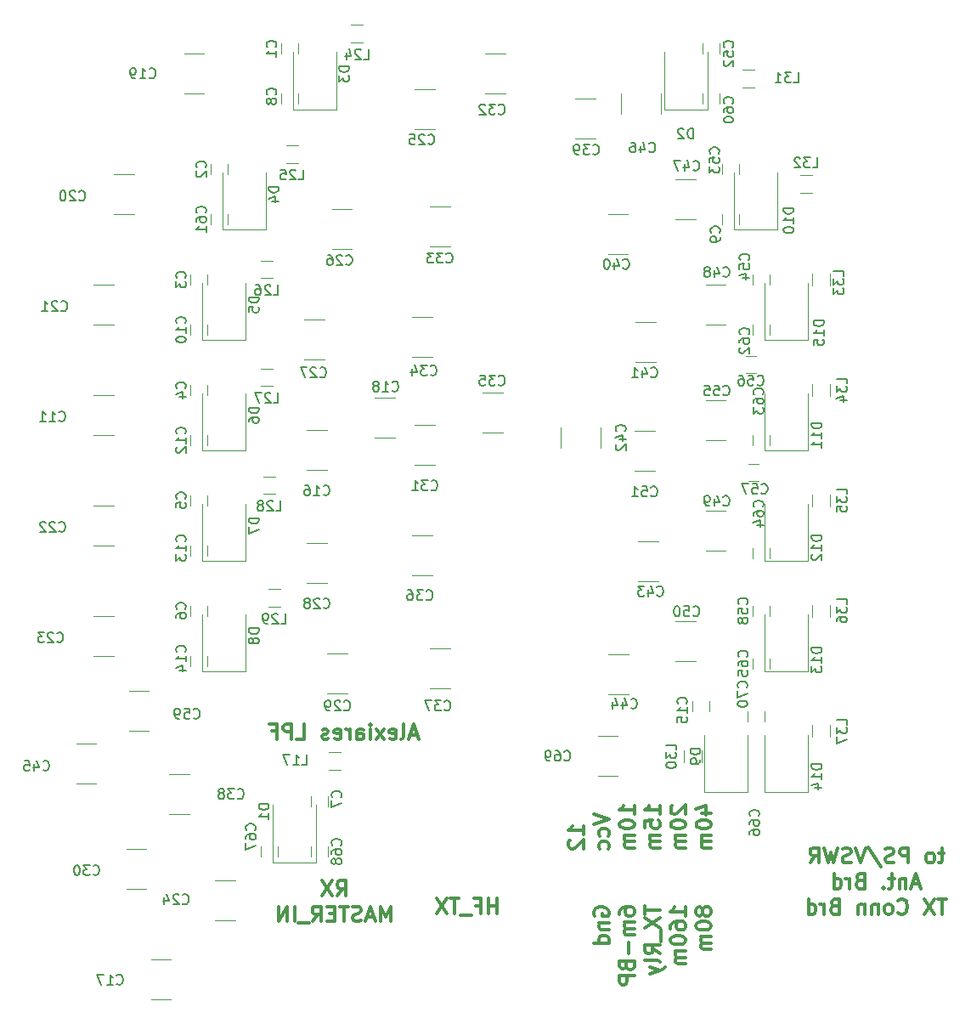
<source format=gbr>
G04 #@! TF.FileFunction,Legend,Bot*
%FSLAX46Y46*%
G04 Gerber Fmt 4.6, Leading zero omitted, Abs format (unit mm)*
G04 Created by KiCad (PCBNEW 4.0.7) date 12/14/17 19:40:15*
%MOMM*%
%LPD*%
G01*
G04 APERTURE LIST*
%ADD10C,0.100000*%
%ADD11C,0.300000*%
%ADD12C,0.120000*%
%ADD13C,0.150000*%
G04 APERTURE END LIST*
D10*
D11*
X96721428Y-116850000D02*
X96007142Y-116850000D01*
X96864285Y-117278571D02*
X96364285Y-115778571D01*
X95864285Y-117278571D01*
X95149999Y-117278571D02*
X95292857Y-117207143D01*
X95364285Y-117064286D01*
X95364285Y-115778571D01*
X94007143Y-117207143D02*
X94150000Y-117278571D01*
X94435714Y-117278571D01*
X94578571Y-117207143D01*
X94650000Y-117064286D01*
X94650000Y-116492857D01*
X94578571Y-116350000D01*
X94435714Y-116278571D01*
X94150000Y-116278571D01*
X94007143Y-116350000D01*
X93935714Y-116492857D01*
X93935714Y-116635714D01*
X94650000Y-116778571D01*
X93435714Y-117278571D02*
X92650000Y-116278571D01*
X93435714Y-116278571D02*
X92650000Y-117278571D01*
X92078571Y-117278571D02*
X92078571Y-116278571D01*
X92078571Y-115778571D02*
X92150000Y-115850000D01*
X92078571Y-115921429D01*
X92007143Y-115850000D01*
X92078571Y-115778571D01*
X92078571Y-115921429D01*
X90721428Y-117278571D02*
X90721428Y-116492857D01*
X90792857Y-116350000D01*
X90935714Y-116278571D01*
X91221428Y-116278571D01*
X91364285Y-116350000D01*
X90721428Y-117207143D02*
X90864285Y-117278571D01*
X91221428Y-117278571D01*
X91364285Y-117207143D01*
X91435714Y-117064286D01*
X91435714Y-116921429D01*
X91364285Y-116778571D01*
X91221428Y-116707143D01*
X90864285Y-116707143D01*
X90721428Y-116635714D01*
X90007142Y-117278571D02*
X90007142Y-116278571D01*
X90007142Y-116564286D02*
X89935714Y-116421429D01*
X89864285Y-116350000D01*
X89721428Y-116278571D01*
X89578571Y-116278571D01*
X88507143Y-117207143D02*
X88650000Y-117278571D01*
X88935714Y-117278571D01*
X89078571Y-117207143D01*
X89150000Y-117064286D01*
X89150000Y-116492857D01*
X89078571Y-116350000D01*
X88935714Y-116278571D01*
X88650000Y-116278571D01*
X88507143Y-116350000D01*
X88435714Y-116492857D01*
X88435714Y-116635714D01*
X89150000Y-116778571D01*
X87864286Y-117207143D02*
X87721429Y-117278571D01*
X87435714Y-117278571D01*
X87292857Y-117207143D01*
X87221429Y-117064286D01*
X87221429Y-116992857D01*
X87292857Y-116850000D01*
X87435714Y-116778571D01*
X87650000Y-116778571D01*
X87792857Y-116707143D01*
X87864286Y-116564286D01*
X87864286Y-116492857D01*
X87792857Y-116350000D01*
X87650000Y-116278571D01*
X87435714Y-116278571D01*
X87292857Y-116350000D01*
X84721428Y-117278571D02*
X85435714Y-117278571D01*
X85435714Y-115778571D01*
X84221428Y-117278571D02*
X84221428Y-115778571D01*
X83650000Y-115778571D01*
X83507142Y-115850000D01*
X83435714Y-115921429D01*
X83364285Y-116064286D01*
X83364285Y-116278571D01*
X83435714Y-116421429D01*
X83507142Y-116492857D01*
X83650000Y-116564286D01*
X84221428Y-116564286D01*
X82221428Y-116492857D02*
X82721428Y-116492857D01*
X82721428Y-117278571D02*
X82721428Y-115778571D01*
X82007142Y-115778571D01*
X88749999Y-132903571D02*
X89249999Y-132189286D01*
X89607142Y-132903571D02*
X89607142Y-131403571D01*
X89035714Y-131403571D01*
X88892856Y-131475000D01*
X88821428Y-131546429D01*
X88749999Y-131689286D01*
X88749999Y-131903571D01*
X88821428Y-132046429D01*
X88892856Y-132117857D01*
X89035714Y-132189286D01*
X89607142Y-132189286D01*
X88249999Y-131403571D02*
X87249999Y-132903571D01*
X87249999Y-131403571D02*
X88249999Y-132903571D01*
X94071428Y-135453571D02*
X94071428Y-133953571D01*
X93571428Y-135025000D01*
X93071428Y-133953571D01*
X93071428Y-135453571D01*
X92428571Y-135025000D02*
X91714285Y-135025000D01*
X92571428Y-135453571D02*
X92071428Y-133953571D01*
X91571428Y-135453571D01*
X91142857Y-135382143D02*
X90928571Y-135453571D01*
X90571428Y-135453571D01*
X90428571Y-135382143D01*
X90357142Y-135310714D01*
X90285714Y-135167857D01*
X90285714Y-135025000D01*
X90357142Y-134882143D01*
X90428571Y-134810714D01*
X90571428Y-134739286D01*
X90857142Y-134667857D01*
X91000000Y-134596429D01*
X91071428Y-134525000D01*
X91142857Y-134382143D01*
X91142857Y-134239286D01*
X91071428Y-134096429D01*
X91000000Y-134025000D01*
X90857142Y-133953571D01*
X90500000Y-133953571D01*
X90285714Y-134025000D01*
X89857143Y-133953571D02*
X89000000Y-133953571D01*
X89428571Y-135453571D02*
X89428571Y-133953571D01*
X88500000Y-134667857D02*
X88000000Y-134667857D01*
X87785714Y-135453571D02*
X88500000Y-135453571D01*
X88500000Y-133953571D01*
X87785714Y-133953571D01*
X86285714Y-135453571D02*
X86785714Y-134739286D01*
X87142857Y-135453571D02*
X87142857Y-133953571D01*
X86571429Y-133953571D01*
X86428571Y-134025000D01*
X86357143Y-134096429D01*
X86285714Y-134239286D01*
X86285714Y-134453571D01*
X86357143Y-134596429D01*
X86428571Y-134667857D01*
X86571429Y-134739286D01*
X87142857Y-134739286D01*
X86000000Y-135596429D02*
X84857143Y-135596429D01*
X84500000Y-135453571D02*
X84500000Y-133953571D01*
X83785714Y-135453571D02*
X83785714Y-133953571D01*
X82928571Y-135453571D01*
X82928571Y-133953571D01*
X104678571Y-134678571D02*
X104678571Y-133178571D01*
X104678571Y-133892857D02*
X103821428Y-133892857D01*
X103821428Y-134678571D02*
X103821428Y-133178571D01*
X102607142Y-133892857D02*
X103107142Y-133892857D01*
X103107142Y-134678571D02*
X103107142Y-133178571D01*
X102392856Y-133178571D01*
X102178571Y-134821429D02*
X101035714Y-134821429D01*
X100892857Y-133178571D02*
X100035714Y-133178571D01*
X100464285Y-134678571D02*
X100464285Y-133178571D01*
X99678571Y-133178571D02*
X98678571Y-134678571D01*
X98678571Y-133178571D02*
X99678571Y-134678571D01*
X149250000Y-128628571D02*
X148678571Y-128628571D01*
X149035714Y-128128571D02*
X149035714Y-129414286D01*
X148964286Y-129557143D01*
X148821428Y-129628571D01*
X148678571Y-129628571D01*
X147964285Y-129628571D02*
X148107143Y-129557143D01*
X148178571Y-129485714D01*
X148250000Y-129342857D01*
X148250000Y-128914286D01*
X148178571Y-128771429D01*
X148107143Y-128700000D01*
X147964285Y-128628571D01*
X147750000Y-128628571D01*
X147607143Y-128700000D01*
X147535714Y-128771429D01*
X147464285Y-128914286D01*
X147464285Y-129342857D01*
X147535714Y-129485714D01*
X147607143Y-129557143D01*
X147750000Y-129628571D01*
X147964285Y-129628571D01*
X145678571Y-129628571D02*
X145678571Y-128128571D01*
X145107143Y-128128571D01*
X144964285Y-128200000D01*
X144892857Y-128271429D01*
X144821428Y-128414286D01*
X144821428Y-128628571D01*
X144892857Y-128771429D01*
X144964285Y-128842857D01*
X145107143Y-128914286D01*
X145678571Y-128914286D01*
X144250000Y-129557143D02*
X144035714Y-129628571D01*
X143678571Y-129628571D01*
X143535714Y-129557143D01*
X143464285Y-129485714D01*
X143392857Y-129342857D01*
X143392857Y-129200000D01*
X143464285Y-129057143D01*
X143535714Y-128985714D01*
X143678571Y-128914286D01*
X143964285Y-128842857D01*
X144107143Y-128771429D01*
X144178571Y-128700000D01*
X144250000Y-128557143D01*
X144250000Y-128414286D01*
X144178571Y-128271429D01*
X144107143Y-128200000D01*
X143964285Y-128128571D01*
X143607143Y-128128571D01*
X143392857Y-128200000D01*
X141678572Y-128057143D02*
X142964286Y-129985714D01*
X141392857Y-128128571D02*
X140892857Y-129628571D01*
X140392857Y-128128571D01*
X139964286Y-129557143D02*
X139750000Y-129628571D01*
X139392857Y-129628571D01*
X139250000Y-129557143D01*
X139178571Y-129485714D01*
X139107143Y-129342857D01*
X139107143Y-129200000D01*
X139178571Y-129057143D01*
X139250000Y-128985714D01*
X139392857Y-128914286D01*
X139678571Y-128842857D01*
X139821429Y-128771429D01*
X139892857Y-128700000D01*
X139964286Y-128557143D01*
X139964286Y-128414286D01*
X139892857Y-128271429D01*
X139821429Y-128200000D01*
X139678571Y-128128571D01*
X139321429Y-128128571D01*
X139107143Y-128200000D01*
X138607143Y-128128571D02*
X138250000Y-129628571D01*
X137964286Y-128557143D01*
X137678572Y-129628571D01*
X137321429Y-128128571D01*
X135892857Y-129628571D02*
X136392857Y-128914286D01*
X136750000Y-129628571D02*
X136750000Y-128128571D01*
X136178572Y-128128571D01*
X136035714Y-128200000D01*
X135964286Y-128271429D01*
X135892857Y-128414286D01*
X135892857Y-128628571D01*
X135964286Y-128771429D01*
X136035714Y-128842857D01*
X136178572Y-128914286D01*
X136750000Y-128914286D01*
X146785714Y-131750000D02*
X146071428Y-131750000D01*
X146928571Y-132178571D02*
X146428571Y-130678571D01*
X145928571Y-132178571D01*
X145428571Y-131178571D02*
X145428571Y-132178571D01*
X145428571Y-131321429D02*
X145357143Y-131250000D01*
X145214285Y-131178571D01*
X145000000Y-131178571D01*
X144857143Y-131250000D01*
X144785714Y-131392857D01*
X144785714Y-132178571D01*
X144285714Y-131178571D02*
X143714285Y-131178571D01*
X144071428Y-130678571D02*
X144071428Y-131964286D01*
X144000000Y-132107143D01*
X143857142Y-132178571D01*
X143714285Y-132178571D01*
X143214285Y-132035714D02*
X143142857Y-132107143D01*
X143214285Y-132178571D01*
X143285714Y-132107143D01*
X143214285Y-132035714D01*
X143214285Y-132178571D01*
X140857142Y-131392857D02*
X140642856Y-131464286D01*
X140571428Y-131535714D01*
X140499999Y-131678571D01*
X140499999Y-131892857D01*
X140571428Y-132035714D01*
X140642856Y-132107143D01*
X140785714Y-132178571D01*
X141357142Y-132178571D01*
X141357142Y-130678571D01*
X140857142Y-130678571D01*
X140714285Y-130750000D01*
X140642856Y-130821429D01*
X140571428Y-130964286D01*
X140571428Y-131107143D01*
X140642856Y-131250000D01*
X140714285Y-131321429D01*
X140857142Y-131392857D01*
X141357142Y-131392857D01*
X139857142Y-132178571D02*
X139857142Y-131178571D01*
X139857142Y-131464286D02*
X139785714Y-131321429D01*
X139714285Y-131250000D01*
X139571428Y-131178571D01*
X139428571Y-131178571D01*
X138285714Y-132178571D02*
X138285714Y-130678571D01*
X138285714Y-132107143D02*
X138428571Y-132178571D01*
X138714285Y-132178571D01*
X138857143Y-132107143D01*
X138928571Y-132035714D01*
X139000000Y-131892857D01*
X139000000Y-131464286D01*
X138928571Y-131321429D01*
X138857143Y-131250000D01*
X138714285Y-131178571D01*
X138428571Y-131178571D01*
X138285714Y-131250000D01*
X149464285Y-133228571D02*
X148607142Y-133228571D01*
X149035713Y-134728571D02*
X149035713Y-133228571D01*
X148249999Y-133228571D02*
X147249999Y-134728571D01*
X147249999Y-133228571D02*
X148249999Y-134728571D01*
X144678571Y-134585714D02*
X144750000Y-134657143D01*
X144964286Y-134728571D01*
X145107143Y-134728571D01*
X145321428Y-134657143D01*
X145464286Y-134514286D01*
X145535714Y-134371429D01*
X145607143Y-134085714D01*
X145607143Y-133871429D01*
X145535714Y-133585714D01*
X145464286Y-133442857D01*
X145321428Y-133300000D01*
X145107143Y-133228571D01*
X144964286Y-133228571D01*
X144750000Y-133300000D01*
X144678571Y-133371429D01*
X143821428Y-134728571D02*
X143964286Y-134657143D01*
X144035714Y-134585714D01*
X144107143Y-134442857D01*
X144107143Y-134014286D01*
X144035714Y-133871429D01*
X143964286Y-133800000D01*
X143821428Y-133728571D01*
X143607143Y-133728571D01*
X143464286Y-133800000D01*
X143392857Y-133871429D01*
X143321428Y-134014286D01*
X143321428Y-134442857D01*
X143392857Y-134585714D01*
X143464286Y-134657143D01*
X143607143Y-134728571D01*
X143821428Y-134728571D01*
X142678571Y-133728571D02*
X142678571Y-134728571D01*
X142678571Y-133871429D02*
X142607143Y-133800000D01*
X142464285Y-133728571D01*
X142250000Y-133728571D01*
X142107143Y-133800000D01*
X142035714Y-133942857D01*
X142035714Y-134728571D01*
X141321428Y-133728571D02*
X141321428Y-134728571D01*
X141321428Y-133871429D02*
X141250000Y-133800000D01*
X141107142Y-133728571D01*
X140892857Y-133728571D01*
X140750000Y-133800000D01*
X140678571Y-133942857D01*
X140678571Y-134728571D01*
X138321428Y-133942857D02*
X138107142Y-134014286D01*
X138035714Y-134085714D01*
X137964285Y-134228571D01*
X137964285Y-134442857D01*
X138035714Y-134585714D01*
X138107142Y-134657143D01*
X138250000Y-134728571D01*
X138821428Y-134728571D01*
X138821428Y-133228571D01*
X138321428Y-133228571D01*
X138178571Y-133300000D01*
X138107142Y-133371429D01*
X138035714Y-133514286D01*
X138035714Y-133657143D01*
X138107142Y-133800000D01*
X138178571Y-133871429D01*
X138321428Y-133942857D01*
X138821428Y-133942857D01*
X137321428Y-134728571D02*
X137321428Y-133728571D01*
X137321428Y-134014286D02*
X137250000Y-133871429D01*
X137178571Y-133800000D01*
X137035714Y-133728571D01*
X136892857Y-133728571D01*
X135750000Y-134728571D02*
X135750000Y-133228571D01*
X135750000Y-134657143D02*
X135892857Y-134728571D01*
X136178571Y-134728571D01*
X136321429Y-134657143D01*
X136392857Y-134585714D01*
X136464286Y-134442857D01*
X136464286Y-134014286D01*
X136392857Y-133871429D01*
X136321429Y-133800000D01*
X136178571Y-133728571D01*
X135892857Y-133728571D01*
X135750000Y-133800000D01*
X113303571Y-126785715D02*
X113303571Y-125928572D01*
X113303571Y-126357144D02*
X111803571Y-126357144D01*
X112017857Y-126214287D01*
X112160714Y-126071429D01*
X112232143Y-125928572D01*
X111946429Y-127357143D02*
X111875000Y-127428572D01*
X111803571Y-127571429D01*
X111803571Y-127928572D01*
X111875000Y-128071429D01*
X111946429Y-128142858D01*
X112089286Y-128214286D01*
X112232143Y-128214286D01*
X112446429Y-128142858D01*
X113303571Y-127285715D01*
X113303571Y-128214286D01*
X114353571Y-124785715D02*
X115853571Y-125285715D01*
X114353571Y-125785715D01*
X115782143Y-126928572D02*
X115853571Y-126785715D01*
X115853571Y-126500001D01*
X115782143Y-126357143D01*
X115710714Y-126285715D01*
X115567857Y-126214286D01*
X115139286Y-126214286D01*
X114996429Y-126285715D01*
X114925000Y-126357143D01*
X114853571Y-126500001D01*
X114853571Y-126785715D01*
X114925000Y-126928572D01*
X115782143Y-128214286D02*
X115853571Y-128071429D01*
X115853571Y-127785715D01*
X115782143Y-127642857D01*
X115710714Y-127571429D01*
X115567857Y-127500000D01*
X115139286Y-127500000D01*
X114996429Y-127571429D01*
X114925000Y-127642857D01*
X114853571Y-127785715D01*
X114853571Y-128071429D01*
X114925000Y-128214286D01*
X118403571Y-124785715D02*
X118403571Y-123928572D01*
X118403571Y-124357144D02*
X116903571Y-124357144D01*
X117117857Y-124214287D01*
X117260714Y-124071429D01*
X117332143Y-123928572D01*
X116903571Y-125714286D02*
X116903571Y-125857143D01*
X116975000Y-126000000D01*
X117046429Y-126071429D01*
X117189286Y-126142858D01*
X117475000Y-126214286D01*
X117832143Y-126214286D01*
X118117857Y-126142858D01*
X118260714Y-126071429D01*
X118332143Y-126000000D01*
X118403571Y-125857143D01*
X118403571Y-125714286D01*
X118332143Y-125571429D01*
X118260714Y-125500000D01*
X118117857Y-125428572D01*
X117832143Y-125357143D01*
X117475000Y-125357143D01*
X117189286Y-125428572D01*
X117046429Y-125500000D01*
X116975000Y-125571429D01*
X116903571Y-125714286D01*
X118403571Y-126857143D02*
X117403571Y-126857143D01*
X117546429Y-126857143D02*
X117475000Y-126928571D01*
X117403571Y-127071429D01*
X117403571Y-127285714D01*
X117475000Y-127428571D01*
X117617857Y-127500000D01*
X118403571Y-127500000D01*
X117617857Y-127500000D02*
X117475000Y-127571429D01*
X117403571Y-127714286D01*
X117403571Y-127928571D01*
X117475000Y-128071429D01*
X117617857Y-128142857D01*
X118403571Y-128142857D01*
X120953571Y-124785715D02*
X120953571Y-123928572D01*
X120953571Y-124357144D02*
X119453571Y-124357144D01*
X119667857Y-124214287D01*
X119810714Y-124071429D01*
X119882143Y-123928572D01*
X119453571Y-126142858D02*
X119453571Y-125428572D01*
X120167857Y-125357143D01*
X120096429Y-125428572D01*
X120025000Y-125571429D01*
X120025000Y-125928572D01*
X120096429Y-126071429D01*
X120167857Y-126142858D01*
X120310714Y-126214286D01*
X120667857Y-126214286D01*
X120810714Y-126142858D01*
X120882143Y-126071429D01*
X120953571Y-125928572D01*
X120953571Y-125571429D01*
X120882143Y-125428572D01*
X120810714Y-125357143D01*
X120953571Y-126857143D02*
X119953571Y-126857143D01*
X120096429Y-126857143D02*
X120025000Y-126928571D01*
X119953571Y-127071429D01*
X119953571Y-127285714D01*
X120025000Y-127428571D01*
X120167857Y-127500000D01*
X120953571Y-127500000D01*
X120167857Y-127500000D02*
X120025000Y-127571429D01*
X119953571Y-127714286D01*
X119953571Y-127928571D01*
X120025000Y-128071429D01*
X120167857Y-128142857D01*
X120953571Y-128142857D01*
X122146429Y-123928572D02*
X122075000Y-124000001D01*
X122003571Y-124142858D01*
X122003571Y-124500001D01*
X122075000Y-124642858D01*
X122146429Y-124714287D01*
X122289286Y-124785715D01*
X122432143Y-124785715D01*
X122646429Y-124714287D01*
X123503571Y-123857144D01*
X123503571Y-124785715D01*
X122003571Y-125714286D02*
X122003571Y-125857143D01*
X122075000Y-126000000D01*
X122146429Y-126071429D01*
X122289286Y-126142858D01*
X122575000Y-126214286D01*
X122932143Y-126214286D01*
X123217857Y-126142858D01*
X123360714Y-126071429D01*
X123432143Y-126000000D01*
X123503571Y-125857143D01*
X123503571Y-125714286D01*
X123432143Y-125571429D01*
X123360714Y-125500000D01*
X123217857Y-125428572D01*
X122932143Y-125357143D01*
X122575000Y-125357143D01*
X122289286Y-125428572D01*
X122146429Y-125500000D01*
X122075000Y-125571429D01*
X122003571Y-125714286D01*
X123503571Y-126857143D02*
X122503571Y-126857143D01*
X122646429Y-126857143D02*
X122575000Y-126928571D01*
X122503571Y-127071429D01*
X122503571Y-127285714D01*
X122575000Y-127428571D01*
X122717857Y-127500000D01*
X123503571Y-127500000D01*
X122717857Y-127500000D02*
X122575000Y-127571429D01*
X122503571Y-127714286D01*
X122503571Y-127928571D01*
X122575000Y-128071429D01*
X122717857Y-128142857D01*
X123503571Y-128142857D01*
X125053571Y-124642858D02*
X126053571Y-124642858D01*
X124482143Y-124285715D02*
X125553571Y-123928572D01*
X125553571Y-124857144D01*
X124553571Y-125714286D02*
X124553571Y-125857143D01*
X124625000Y-126000000D01*
X124696429Y-126071429D01*
X124839286Y-126142858D01*
X125125000Y-126214286D01*
X125482143Y-126214286D01*
X125767857Y-126142858D01*
X125910714Y-126071429D01*
X125982143Y-126000000D01*
X126053571Y-125857143D01*
X126053571Y-125714286D01*
X125982143Y-125571429D01*
X125910714Y-125500000D01*
X125767857Y-125428572D01*
X125482143Y-125357143D01*
X125125000Y-125357143D01*
X124839286Y-125428572D01*
X124696429Y-125500000D01*
X124625000Y-125571429D01*
X124553571Y-125714286D01*
X126053571Y-126857143D02*
X125053571Y-126857143D01*
X125196429Y-126857143D02*
X125125000Y-126928571D01*
X125053571Y-127071429D01*
X125053571Y-127285714D01*
X125125000Y-127428571D01*
X125267857Y-127500000D01*
X126053571Y-127500000D01*
X125267857Y-127500000D02*
X125125000Y-127571429D01*
X125053571Y-127714286D01*
X125053571Y-127928571D01*
X125125000Y-128071429D01*
X125267857Y-128142857D01*
X126053571Y-128142857D01*
X114400000Y-134892857D02*
X114328571Y-134750000D01*
X114328571Y-134535714D01*
X114400000Y-134321429D01*
X114542857Y-134178571D01*
X114685714Y-134107143D01*
X114971429Y-134035714D01*
X115185714Y-134035714D01*
X115471429Y-134107143D01*
X115614286Y-134178571D01*
X115757143Y-134321429D01*
X115828571Y-134535714D01*
X115828571Y-134678571D01*
X115757143Y-134892857D01*
X115685714Y-134964286D01*
X115185714Y-134964286D01*
X115185714Y-134678571D01*
X114828571Y-135607143D02*
X115828571Y-135607143D01*
X114971429Y-135607143D02*
X114900000Y-135678571D01*
X114828571Y-135821429D01*
X114828571Y-136035714D01*
X114900000Y-136178571D01*
X115042857Y-136250000D01*
X115828571Y-136250000D01*
X115828571Y-137607143D02*
X114328571Y-137607143D01*
X115757143Y-137607143D02*
X115828571Y-137464286D01*
X115828571Y-137178572D01*
X115757143Y-137035714D01*
X115685714Y-136964286D01*
X115542857Y-136892857D01*
X115114286Y-136892857D01*
X114971429Y-136964286D01*
X114900000Y-137035714D01*
X114828571Y-137178572D01*
X114828571Y-137464286D01*
X114900000Y-137607143D01*
X116878571Y-134750000D02*
X116878571Y-134464286D01*
X116950000Y-134321429D01*
X117021429Y-134250000D01*
X117235714Y-134107143D01*
X117521429Y-134035714D01*
X118092857Y-134035714D01*
X118235714Y-134107143D01*
X118307143Y-134178571D01*
X118378571Y-134321429D01*
X118378571Y-134607143D01*
X118307143Y-134750000D01*
X118235714Y-134821429D01*
X118092857Y-134892857D01*
X117735714Y-134892857D01*
X117592857Y-134821429D01*
X117521429Y-134750000D01*
X117450000Y-134607143D01*
X117450000Y-134321429D01*
X117521429Y-134178571D01*
X117592857Y-134107143D01*
X117735714Y-134035714D01*
X118378571Y-135535714D02*
X117378571Y-135535714D01*
X117521429Y-135535714D02*
X117450000Y-135607142D01*
X117378571Y-135750000D01*
X117378571Y-135964285D01*
X117450000Y-136107142D01*
X117592857Y-136178571D01*
X118378571Y-136178571D01*
X117592857Y-136178571D02*
X117450000Y-136250000D01*
X117378571Y-136392857D01*
X117378571Y-136607142D01*
X117450000Y-136750000D01*
X117592857Y-136821428D01*
X118378571Y-136821428D01*
X117807143Y-137535714D02*
X117807143Y-138678571D01*
X117592857Y-139892857D02*
X117664286Y-140107143D01*
X117735714Y-140178571D01*
X117878571Y-140250000D01*
X118092857Y-140250000D01*
X118235714Y-140178571D01*
X118307143Y-140107143D01*
X118378571Y-139964285D01*
X118378571Y-139392857D01*
X116878571Y-139392857D01*
X116878571Y-139892857D01*
X116950000Y-140035714D01*
X117021429Y-140107143D01*
X117164286Y-140178571D01*
X117307143Y-140178571D01*
X117450000Y-140107143D01*
X117521429Y-140035714D01*
X117592857Y-139892857D01*
X117592857Y-139392857D01*
X118378571Y-140892857D02*
X116878571Y-140892857D01*
X116878571Y-141464285D01*
X116950000Y-141607143D01*
X117021429Y-141678571D01*
X117164286Y-141750000D01*
X117378571Y-141750000D01*
X117521429Y-141678571D01*
X117592857Y-141607143D01*
X117664286Y-141464285D01*
X117664286Y-140892857D01*
X119428571Y-133892857D02*
X119428571Y-134750000D01*
X120928571Y-134321429D02*
X119428571Y-134321429D01*
X119428571Y-135107143D02*
X120928571Y-136107143D01*
X119428571Y-136107143D02*
X120928571Y-135107143D01*
X121071429Y-136321428D02*
X121071429Y-137464285D01*
X120928571Y-138678571D02*
X120214286Y-138178571D01*
X120928571Y-137821428D02*
X119428571Y-137821428D01*
X119428571Y-138392856D01*
X119500000Y-138535714D01*
X119571429Y-138607142D01*
X119714286Y-138678571D01*
X119928571Y-138678571D01*
X120071429Y-138607142D01*
X120142857Y-138535714D01*
X120214286Y-138392856D01*
X120214286Y-137821428D01*
X120928571Y-139535714D02*
X120857143Y-139392856D01*
X120714286Y-139321428D01*
X119428571Y-139321428D01*
X119928571Y-139964285D02*
X120928571Y-140321428D01*
X119928571Y-140678570D02*
X120928571Y-140321428D01*
X121285714Y-140178570D01*
X121357143Y-140107142D01*
X121428571Y-139964285D01*
X123478571Y-134892857D02*
X123478571Y-134035714D01*
X123478571Y-134464286D02*
X121978571Y-134464286D01*
X122192857Y-134321429D01*
X122335714Y-134178571D01*
X122407143Y-134035714D01*
X121978571Y-136178571D02*
X121978571Y-135892857D01*
X122050000Y-135750000D01*
X122121429Y-135678571D01*
X122335714Y-135535714D01*
X122621429Y-135464285D01*
X123192857Y-135464285D01*
X123335714Y-135535714D01*
X123407143Y-135607142D01*
X123478571Y-135750000D01*
X123478571Y-136035714D01*
X123407143Y-136178571D01*
X123335714Y-136250000D01*
X123192857Y-136321428D01*
X122835714Y-136321428D01*
X122692857Y-136250000D01*
X122621429Y-136178571D01*
X122550000Y-136035714D01*
X122550000Y-135750000D01*
X122621429Y-135607142D01*
X122692857Y-135535714D01*
X122835714Y-135464285D01*
X121978571Y-137249999D02*
X121978571Y-137392856D01*
X122050000Y-137535713D01*
X122121429Y-137607142D01*
X122264286Y-137678571D01*
X122550000Y-137749999D01*
X122907143Y-137749999D01*
X123192857Y-137678571D01*
X123335714Y-137607142D01*
X123407143Y-137535713D01*
X123478571Y-137392856D01*
X123478571Y-137249999D01*
X123407143Y-137107142D01*
X123335714Y-137035713D01*
X123192857Y-136964285D01*
X122907143Y-136892856D01*
X122550000Y-136892856D01*
X122264286Y-136964285D01*
X122121429Y-137035713D01*
X122050000Y-137107142D01*
X121978571Y-137249999D01*
X123478571Y-138392856D02*
X122478571Y-138392856D01*
X122621429Y-138392856D02*
X122550000Y-138464284D01*
X122478571Y-138607142D01*
X122478571Y-138821427D01*
X122550000Y-138964284D01*
X122692857Y-139035713D01*
X123478571Y-139035713D01*
X122692857Y-139035713D02*
X122550000Y-139107142D01*
X122478571Y-139249999D01*
X122478571Y-139464284D01*
X122550000Y-139607142D01*
X122692857Y-139678570D01*
X123478571Y-139678570D01*
X125171429Y-134321429D02*
X125100000Y-134178571D01*
X125028571Y-134107143D01*
X124885714Y-134035714D01*
X124814286Y-134035714D01*
X124671429Y-134107143D01*
X124600000Y-134178571D01*
X124528571Y-134321429D01*
X124528571Y-134607143D01*
X124600000Y-134750000D01*
X124671429Y-134821429D01*
X124814286Y-134892857D01*
X124885714Y-134892857D01*
X125028571Y-134821429D01*
X125100000Y-134750000D01*
X125171429Y-134607143D01*
X125171429Y-134321429D01*
X125242857Y-134178571D01*
X125314286Y-134107143D01*
X125457143Y-134035714D01*
X125742857Y-134035714D01*
X125885714Y-134107143D01*
X125957143Y-134178571D01*
X126028571Y-134321429D01*
X126028571Y-134607143D01*
X125957143Y-134750000D01*
X125885714Y-134821429D01*
X125742857Y-134892857D01*
X125457143Y-134892857D01*
X125314286Y-134821429D01*
X125242857Y-134750000D01*
X125171429Y-134607143D01*
X124528571Y-135821428D02*
X124528571Y-135964285D01*
X124600000Y-136107142D01*
X124671429Y-136178571D01*
X124814286Y-136250000D01*
X125100000Y-136321428D01*
X125457143Y-136321428D01*
X125742857Y-136250000D01*
X125885714Y-136178571D01*
X125957143Y-136107142D01*
X126028571Y-135964285D01*
X126028571Y-135821428D01*
X125957143Y-135678571D01*
X125885714Y-135607142D01*
X125742857Y-135535714D01*
X125457143Y-135464285D01*
X125100000Y-135464285D01*
X124814286Y-135535714D01*
X124671429Y-135607142D01*
X124600000Y-135678571D01*
X124528571Y-135821428D01*
X126028571Y-136964285D02*
X125028571Y-136964285D01*
X125171429Y-136964285D02*
X125100000Y-137035713D01*
X125028571Y-137178571D01*
X125028571Y-137392856D01*
X125100000Y-137535713D01*
X125242857Y-137607142D01*
X126028571Y-137607142D01*
X125242857Y-137607142D02*
X125100000Y-137678571D01*
X125028571Y-137821428D01*
X125028571Y-138035713D01*
X125100000Y-138178571D01*
X125242857Y-138249999D01*
X126028571Y-138249999D01*
D12*
X129650000Y-122250000D02*
X129650000Y-121250000D01*
X131350000Y-121250000D02*
X131350000Y-122250000D01*
X83150000Y-49000000D02*
X83150000Y-48000000D01*
X84850000Y-48000000D02*
X84850000Y-49000000D01*
X76150000Y-61000000D02*
X76150000Y-60000000D01*
X77850000Y-60000000D02*
X77850000Y-61000000D01*
X74150000Y-72000000D02*
X74150000Y-71000000D01*
X75850000Y-71000000D02*
X75850000Y-72000000D01*
X74150000Y-83000000D02*
X74150000Y-82000000D01*
X75850000Y-82000000D02*
X75850000Y-83000000D01*
X74150000Y-94000000D02*
X74150000Y-93000000D01*
X75850000Y-93000000D02*
X75850000Y-94000000D01*
X74150000Y-105000000D02*
X74150000Y-104000000D01*
X75850000Y-104000000D02*
X75850000Y-105000000D01*
X84850000Y-53000000D02*
X84850000Y-54000000D01*
X83150000Y-54000000D02*
X83150000Y-53000000D01*
X128850000Y-65000000D02*
X128850000Y-66000000D01*
X127150000Y-66000000D02*
X127150000Y-65000000D01*
X75850000Y-76000000D02*
X75850000Y-77000000D01*
X74150000Y-77000000D02*
X74150000Y-76000000D01*
X75850000Y-87000000D02*
X75850000Y-88000000D01*
X74150000Y-88000000D02*
X74150000Y-87000000D01*
X75850000Y-98000000D02*
X75850000Y-99000000D01*
X74150000Y-99000000D02*
X74150000Y-98000000D01*
X75850000Y-109000000D02*
X75850000Y-110000000D01*
X74150000Y-110000000D02*
X74150000Y-109000000D01*
X126850000Y-48000000D02*
X126850000Y-49000000D01*
X125150000Y-49000000D02*
X125150000Y-48000000D01*
X128850000Y-60000000D02*
X128850000Y-61000000D01*
X127150000Y-61000000D02*
X127150000Y-60000000D01*
X131850000Y-71000000D02*
X131850000Y-72000000D01*
X130150000Y-72000000D02*
X130150000Y-71000000D01*
X130500000Y-80850000D02*
X129500000Y-80850000D01*
X129500000Y-79150000D02*
X130500000Y-79150000D01*
X130750000Y-91600000D02*
X129750000Y-91600000D01*
X129750000Y-89900000D02*
X130750000Y-89900000D01*
X131850000Y-104000000D02*
X131850000Y-105000000D01*
X130150000Y-105000000D02*
X130150000Y-104000000D01*
X126850000Y-53000000D02*
X126850000Y-54000000D01*
X125150000Y-54000000D02*
X125150000Y-53000000D01*
X77850000Y-65000000D02*
X77850000Y-66000000D01*
X76150000Y-66000000D02*
X76150000Y-65000000D01*
X131850000Y-76000000D02*
X131850000Y-77000000D01*
X130150000Y-77000000D02*
X130150000Y-76000000D01*
X131850000Y-87000000D02*
X131850000Y-88000000D01*
X130150000Y-88000000D02*
X130150000Y-87000000D01*
X131850000Y-98250000D02*
X131850000Y-99250000D01*
X130150000Y-99250000D02*
X130150000Y-98250000D01*
X131850000Y-109250000D02*
X131850000Y-110250000D01*
X130150000Y-110250000D02*
X130150000Y-109250000D01*
X82850000Y-128000000D02*
X82850000Y-129000000D01*
X81150000Y-129000000D02*
X81150000Y-128000000D01*
X87850000Y-128000000D02*
X87850000Y-129000000D01*
X86150000Y-129000000D02*
X86150000Y-128000000D01*
X86150000Y-124000000D02*
X86150000Y-123000000D01*
X87850000Y-123000000D02*
X87850000Y-124000000D01*
X125850000Y-113500000D02*
X125850000Y-114500000D01*
X124150000Y-114500000D02*
X124150000Y-113500000D01*
X114750000Y-117012000D02*
X116750000Y-117012000D01*
X116750000Y-120988000D02*
X114750000Y-120988000D01*
X129650000Y-115500000D02*
X129650000Y-114500000D01*
X131350000Y-114500000D02*
X131350000Y-115500000D01*
X86650000Y-129550000D02*
X82350000Y-129550000D01*
X82350000Y-129550000D02*
X82350000Y-123850000D01*
X86650000Y-129550000D02*
X86650000Y-123850000D01*
X125650000Y-54550000D02*
X121350000Y-54550000D01*
X121350000Y-54550000D02*
X121350000Y-48850000D01*
X125650000Y-54550000D02*
X125650000Y-48850000D01*
X88650000Y-54550000D02*
X84350000Y-54550000D01*
X84350000Y-54550000D02*
X84350000Y-48850000D01*
X88650000Y-54550000D02*
X88650000Y-48850000D01*
X81650000Y-66550000D02*
X77350000Y-66550000D01*
X77350000Y-66550000D02*
X77350000Y-60850000D01*
X81650000Y-66550000D02*
X81650000Y-60850000D01*
X79650000Y-77550000D02*
X75350000Y-77550000D01*
X75350000Y-77550000D02*
X75350000Y-71850000D01*
X79650000Y-77550000D02*
X79650000Y-71850000D01*
X79650000Y-88550000D02*
X75350000Y-88550000D01*
X75350000Y-88550000D02*
X75350000Y-82850000D01*
X79650000Y-88550000D02*
X79650000Y-82850000D01*
X79650000Y-99550000D02*
X75350000Y-99550000D01*
X75350000Y-99550000D02*
X75350000Y-93850000D01*
X79650000Y-99550000D02*
X79650000Y-93850000D01*
X79650000Y-110550000D02*
X75350000Y-110550000D01*
X75350000Y-110550000D02*
X75350000Y-104850000D01*
X79650000Y-110550000D02*
X79650000Y-104850000D01*
X129650000Y-122550000D02*
X125350000Y-122550000D01*
X125350000Y-122550000D02*
X125350000Y-116850000D01*
X129650000Y-122550000D02*
X129650000Y-116850000D01*
X132650000Y-66550000D02*
X128350000Y-66550000D01*
X128350000Y-66550000D02*
X128350000Y-60850000D01*
X132650000Y-66550000D02*
X132650000Y-60850000D01*
X135650000Y-88550000D02*
X131350000Y-88550000D01*
X131350000Y-88550000D02*
X131350000Y-82850000D01*
X135650000Y-88550000D02*
X135650000Y-82850000D01*
X135650000Y-99550000D02*
X131350000Y-99550000D01*
X131350000Y-99550000D02*
X131350000Y-93850000D01*
X135650000Y-99550000D02*
X135650000Y-93850000D01*
X135650000Y-110550000D02*
X131350000Y-110550000D01*
X131350000Y-110550000D02*
X131350000Y-104850000D01*
X135650000Y-110550000D02*
X135650000Y-104850000D01*
X135650000Y-122550000D02*
X131350000Y-122550000D01*
X131350000Y-122550000D02*
X131350000Y-116850000D01*
X135650000Y-122550000D02*
X135650000Y-116850000D01*
X135650000Y-77550000D02*
X131350000Y-77550000D01*
X131350000Y-77550000D02*
X131350000Y-71850000D01*
X135650000Y-77550000D02*
X135650000Y-71850000D01*
X91350000Y-46120000D02*
X90150000Y-46120000D01*
X90150000Y-47880000D02*
X91350000Y-47880000D01*
X84850000Y-58120000D02*
X83650000Y-58120000D01*
X83650000Y-59880000D02*
X84850000Y-59880000D01*
X82350000Y-69620000D02*
X81150000Y-69620000D01*
X81150000Y-71380000D02*
X82350000Y-71380000D01*
X82350000Y-80370000D02*
X81150000Y-80370000D01*
X81150000Y-82130000D02*
X82350000Y-82130000D01*
X82600000Y-91120000D02*
X81400000Y-91120000D01*
X81400000Y-92880000D02*
X82600000Y-92880000D01*
X83100000Y-102370000D02*
X81900000Y-102370000D01*
X81900000Y-104130000D02*
X83100000Y-104130000D01*
X125080000Y-119600000D02*
X125080000Y-118400000D01*
X123320000Y-118400000D02*
X123320000Y-119600000D01*
X129150000Y-52380000D02*
X130350000Y-52380000D01*
X130350000Y-50620000D02*
X129150000Y-50620000D01*
X134900000Y-62880000D02*
X136100000Y-62880000D01*
X136100000Y-61120000D02*
X134900000Y-61120000D01*
X137880000Y-72100000D02*
X137880000Y-70900000D01*
X136120000Y-70900000D02*
X136120000Y-72100000D01*
X136120000Y-81900000D02*
X136120000Y-83100000D01*
X137880000Y-83100000D02*
X137880000Y-81900000D01*
X136120000Y-92900000D02*
X136120000Y-94100000D01*
X137880000Y-94100000D02*
X137880000Y-92900000D01*
X136120000Y-103900000D02*
X136120000Y-105100000D01*
X137880000Y-105100000D02*
X137880000Y-103900000D01*
X136120000Y-115900000D02*
X136120000Y-117100000D01*
X137880000Y-117100000D02*
X137880000Y-115900000D01*
X89100000Y-118620000D02*
X87900000Y-118620000D01*
X87900000Y-120380000D02*
X89100000Y-120380000D01*
X66500000Y-86988000D02*
X64500000Y-86988000D01*
X64500000Y-83012000D02*
X66500000Y-83012000D01*
X87750000Y-90488000D02*
X85750000Y-90488000D01*
X85750000Y-86512000D02*
X87750000Y-86512000D01*
X70200000Y-139212000D02*
X72200000Y-139212000D01*
X72200000Y-143188000D02*
X70200000Y-143188000D01*
X92500000Y-83262000D02*
X94500000Y-83262000D01*
X94500000Y-87238000D02*
X92500000Y-87238000D01*
X75500000Y-52988000D02*
X73500000Y-52988000D01*
X73500000Y-49012000D02*
X75500000Y-49012000D01*
X68500000Y-64988000D02*
X66500000Y-64988000D01*
X66500000Y-61012000D02*
X68500000Y-61012000D01*
X66500000Y-75988000D02*
X64500000Y-75988000D01*
X64500000Y-72012000D02*
X66500000Y-72012000D01*
X66500000Y-97988000D02*
X64500000Y-97988000D01*
X64500000Y-94012000D02*
X66500000Y-94012000D01*
X66500000Y-108988000D02*
X64500000Y-108988000D01*
X64500000Y-105012000D02*
X66500000Y-105012000D01*
X76600000Y-131412000D02*
X78600000Y-131412000D01*
X78600000Y-135388000D02*
X76600000Y-135388000D01*
X98500000Y-56488000D02*
X96500000Y-56488000D01*
X96500000Y-52512000D02*
X98500000Y-52512000D01*
X90250000Y-68488000D02*
X88250000Y-68488000D01*
X88250000Y-64512000D02*
X90250000Y-64512000D01*
X87500000Y-79488000D02*
X85500000Y-79488000D01*
X85500000Y-75512000D02*
X87500000Y-75512000D01*
X87750000Y-101738000D02*
X85750000Y-101738000D01*
X85750000Y-97762000D02*
X87750000Y-97762000D01*
X89750000Y-112738000D02*
X87750000Y-112738000D01*
X87750000Y-108762000D02*
X89750000Y-108762000D01*
X67750000Y-128262000D02*
X69750000Y-128262000D01*
X69750000Y-132238000D02*
X67750000Y-132238000D01*
X98500000Y-89988000D02*
X96500000Y-89988000D01*
X96500000Y-86012000D02*
X98500000Y-86012000D01*
X103500000Y-49012000D02*
X105500000Y-49012000D01*
X105500000Y-52988000D02*
X103500000Y-52988000D01*
X98000000Y-64262000D02*
X100000000Y-64262000D01*
X100000000Y-68238000D02*
X98000000Y-68238000D01*
X96250000Y-75262000D02*
X98250000Y-75262000D01*
X98250000Y-79238000D02*
X96250000Y-79238000D01*
X105250000Y-86738000D02*
X103250000Y-86738000D01*
X103250000Y-82762000D02*
X105250000Y-82762000D01*
X96250000Y-97012000D02*
X98250000Y-97012000D01*
X98250000Y-100988000D02*
X96250000Y-100988000D01*
X98000000Y-108262000D02*
X100000000Y-108262000D01*
X100000000Y-112238000D02*
X98000000Y-112238000D01*
X72000000Y-120762000D02*
X74000000Y-120762000D01*
X74000000Y-124738000D02*
X72000000Y-124738000D01*
X114500000Y-57488000D02*
X112500000Y-57488000D01*
X112500000Y-53512000D02*
X114500000Y-53512000D01*
X117750000Y-68988000D02*
X115750000Y-68988000D01*
X115750000Y-65012000D02*
X117750000Y-65012000D01*
X120500000Y-79738000D02*
X118500000Y-79738000D01*
X118500000Y-75762000D02*
X120500000Y-75762000D01*
X114988000Y-86250000D02*
X114988000Y-88250000D01*
X111012000Y-88250000D02*
X111012000Y-86250000D01*
X120750000Y-101588000D02*
X118750000Y-101588000D01*
X118750000Y-97612000D02*
X120750000Y-97612000D01*
X117800000Y-112788000D02*
X115800000Y-112788000D01*
X115800000Y-108812000D02*
X117800000Y-108812000D01*
X62750000Y-117762000D02*
X64750000Y-117762000D01*
X64750000Y-121738000D02*
X62750000Y-121738000D01*
X120988000Y-53000000D02*
X120988000Y-55000000D01*
X117012000Y-55000000D02*
X117012000Y-53000000D01*
X122500000Y-61512000D02*
X124500000Y-61512000D01*
X124500000Y-65488000D02*
X122500000Y-65488000D01*
X125500000Y-72012000D02*
X127500000Y-72012000D01*
X127500000Y-75988000D02*
X125500000Y-75988000D01*
X125500000Y-94512000D02*
X127500000Y-94512000D01*
X127500000Y-98488000D02*
X125500000Y-98488000D01*
X122500000Y-105512000D02*
X124500000Y-105512000D01*
X124500000Y-109488000D02*
X122500000Y-109488000D01*
X120400000Y-90588000D02*
X118400000Y-90588000D01*
X118400000Y-86612000D02*
X120400000Y-86612000D01*
X125500000Y-83512000D02*
X127500000Y-83512000D01*
X127500000Y-87488000D02*
X125500000Y-87488000D01*
X70000000Y-116488000D02*
X68000000Y-116488000D01*
X68000000Y-112512000D02*
X70000000Y-112512000D01*
D13*
X130757143Y-124957143D02*
X130804762Y-124909524D01*
X130852381Y-124766667D01*
X130852381Y-124671429D01*
X130804762Y-124528571D01*
X130709524Y-124433333D01*
X130614286Y-124385714D01*
X130423810Y-124338095D01*
X130280952Y-124338095D01*
X130090476Y-124385714D01*
X129995238Y-124433333D01*
X129900000Y-124528571D01*
X129852381Y-124671429D01*
X129852381Y-124766667D01*
X129900000Y-124909524D01*
X129947619Y-124957143D01*
X129852381Y-125814286D02*
X129852381Y-125623809D01*
X129900000Y-125528571D01*
X129947619Y-125480952D01*
X130090476Y-125385714D01*
X130280952Y-125338095D01*
X130661905Y-125338095D01*
X130757143Y-125385714D01*
X130804762Y-125433333D01*
X130852381Y-125528571D01*
X130852381Y-125719048D01*
X130804762Y-125814286D01*
X130757143Y-125861905D01*
X130661905Y-125909524D01*
X130423810Y-125909524D01*
X130328571Y-125861905D01*
X130280952Y-125814286D01*
X130233333Y-125719048D01*
X130233333Y-125528571D01*
X130280952Y-125433333D01*
X130328571Y-125385714D01*
X130423810Y-125338095D01*
X129852381Y-126766667D02*
X129852381Y-126576190D01*
X129900000Y-126480952D01*
X129947619Y-126433333D01*
X130090476Y-126338095D01*
X130280952Y-126290476D01*
X130661905Y-126290476D01*
X130757143Y-126338095D01*
X130804762Y-126385714D01*
X130852381Y-126480952D01*
X130852381Y-126671429D01*
X130804762Y-126766667D01*
X130757143Y-126814286D01*
X130661905Y-126861905D01*
X130423810Y-126861905D01*
X130328571Y-126814286D01*
X130280952Y-126766667D01*
X130233333Y-126671429D01*
X130233333Y-126480952D01*
X130280952Y-126385714D01*
X130328571Y-126338095D01*
X130423810Y-126290476D01*
X82607143Y-48333334D02*
X82654762Y-48285715D01*
X82702381Y-48142858D01*
X82702381Y-48047620D01*
X82654762Y-47904762D01*
X82559524Y-47809524D01*
X82464286Y-47761905D01*
X82273810Y-47714286D01*
X82130952Y-47714286D01*
X81940476Y-47761905D01*
X81845238Y-47809524D01*
X81750000Y-47904762D01*
X81702381Y-48047620D01*
X81702381Y-48142858D01*
X81750000Y-48285715D01*
X81797619Y-48333334D01*
X82702381Y-49285715D02*
X82702381Y-48714286D01*
X82702381Y-49000000D02*
X81702381Y-49000000D01*
X81845238Y-48904762D01*
X81940476Y-48809524D01*
X81988095Y-48714286D01*
X75607143Y-60333334D02*
X75654762Y-60285715D01*
X75702381Y-60142858D01*
X75702381Y-60047620D01*
X75654762Y-59904762D01*
X75559524Y-59809524D01*
X75464286Y-59761905D01*
X75273810Y-59714286D01*
X75130952Y-59714286D01*
X74940476Y-59761905D01*
X74845238Y-59809524D01*
X74750000Y-59904762D01*
X74702381Y-60047620D01*
X74702381Y-60142858D01*
X74750000Y-60285715D01*
X74797619Y-60333334D01*
X74797619Y-60714286D02*
X74750000Y-60761905D01*
X74702381Y-60857143D01*
X74702381Y-61095239D01*
X74750000Y-61190477D01*
X74797619Y-61238096D01*
X74892857Y-61285715D01*
X74988095Y-61285715D01*
X75130952Y-61238096D01*
X75702381Y-60666667D01*
X75702381Y-61285715D01*
X73607143Y-71333334D02*
X73654762Y-71285715D01*
X73702381Y-71142858D01*
X73702381Y-71047620D01*
X73654762Y-70904762D01*
X73559524Y-70809524D01*
X73464286Y-70761905D01*
X73273810Y-70714286D01*
X73130952Y-70714286D01*
X72940476Y-70761905D01*
X72845238Y-70809524D01*
X72750000Y-70904762D01*
X72702381Y-71047620D01*
X72702381Y-71142858D01*
X72750000Y-71285715D01*
X72797619Y-71333334D01*
X72702381Y-71666667D02*
X72702381Y-72285715D01*
X73083333Y-71952381D01*
X73083333Y-72095239D01*
X73130952Y-72190477D01*
X73178571Y-72238096D01*
X73273810Y-72285715D01*
X73511905Y-72285715D01*
X73607143Y-72238096D01*
X73654762Y-72190477D01*
X73702381Y-72095239D01*
X73702381Y-71809524D01*
X73654762Y-71714286D01*
X73607143Y-71666667D01*
X73607143Y-82333334D02*
X73654762Y-82285715D01*
X73702381Y-82142858D01*
X73702381Y-82047620D01*
X73654762Y-81904762D01*
X73559524Y-81809524D01*
X73464286Y-81761905D01*
X73273810Y-81714286D01*
X73130952Y-81714286D01*
X72940476Y-81761905D01*
X72845238Y-81809524D01*
X72750000Y-81904762D01*
X72702381Y-82047620D01*
X72702381Y-82142858D01*
X72750000Y-82285715D01*
X72797619Y-82333334D01*
X73035714Y-83190477D02*
X73702381Y-83190477D01*
X72654762Y-82952381D02*
X73369048Y-82714286D01*
X73369048Y-83333334D01*
X73607143Y-93333334D02*
X73654762Y-93285715D01*
X73702381Y-93142858D01*
X73702381Y-93047620D01*
X73654762Y-92904762D01*
X73559524Y-92809524D01*
X73464286Y-92761905D01*
X73273810Y-92714286D01*
X73130952Y-92714286D01*
X72940476Y-92761905D01*
X72845238Y-92809524D01*
X72750000Y-92904762D01*
X72702381Y-93047620D01*
X72702381Y-93142858D01*
X72750000Y-93285715D01*
X72797619Y-93333334D01*
X72702381Y-94238096D02*
X72702381Y-93761905D01*
X73178571Y-93714286D01*
X73130952Y-93761905D01*
X73083333Y-93857143D01*
X73083333Y-94095239D01*
X73130952Y-94190477D01*
X73178571Y-94238096D01*
X73273810Y-94285715D01*
X73511905Y-94285715D01*
X73607143Y-94238096D01*
X73654762Y-94190477D01*
X73702381Y-94095239D01*
X73702381Y-93857143D01*
X73654762Y-93761905D01*
X73607143Y-93714286D01*
X73607143Y-104333334D02*
X73654762Y-104285715D01*
X73702381Y-104142858D01*
X73702381Y-104047620D01*
X73654762Y-103904762D01*
X73559524Y-103809524D01*
X73464286Y-103761905D01*
X73273810Y-103714286D01*
X73130952Y-103714286D01*
X72940476Y-103761905D01*
X72845238Y-103809524D01*
X72750000Y-103904762D01*
X72702381Y-104047620D01*
X72702381Y-104142858D01*
X72750000Y-104285715D01*
X72797619Y-104333334D01*
X72702381Y-105190477D02*
X72702381Y-105000000D01*
X72750000Y-104904762D01*
X72797619Y-104857143D01*
X72940476Y-104761905D01*
X73130952Y-104714286D01*
X73511905Y-104714286D01*
X73607143Y-104761905D01*
X73654762Y-104809524D01*
X73702381Y-104904762D01*
X73702381Y-105095239D01*
X73654762Y-105190477D01*
X73607143Y-105238096D01*
X73511905Y-105285715D01*
X73273810Y-105285715D01*
X73178571Y-105238096D01*
X73130952Y-105190477D01*
X73083333Y-105095239D01*
X73083333Y-104904762D01*
X73130952Y-104809524D01*
X73178571Y-104761905D01*
X73273810Y-104714286D01*
X82607143Y-53083334D02*
X82654762Y-53035715D01*
X82702381Y-52892858D01*
X82702381Y-52797620D01*
X82654762Y-52654762D01*
X82559524Y-52559524D01*
X82464286Y-52511905D01*
X82273810Y-52464286D01*
X82130952Y-52464286D01*
X81940476Y-52511905D01*
X81845238Y-52559524D01*
X81750000Y-52654762D01*
X81702381Y-52797620D01*
X81702381Y-52892858D01*
X81750000Y-53035715D01*
X81797619Y-53083334D01*
X82130952Y-53654762D02*
X82083333Y-53559524D01*
X82035714Y-53511905D01*
X81940476Y-53464286D01*
X81892857Y-53464286D01*
X81797619Y-53511905D01*
X81750000Y-53559524D01*
X81702381Y-53654762D01*
X81702381Y-53845239D01*
X81750000Y-53940477D01*
X81797619Y-53988096D01*
X81892857Y-54035715D01*
X81940476Y-54035715D01*
X82035714Y-53988096D01*
X82083333Y-53940477D01*
X82130952Y-53845239D01*
X82130952Y-53654762D01*
X82178571Y-53559524D01*
X82226190Y-53511905D01*
X82321429Y-53464286D01*
X82511905Y-53464286D01*
X82607143Y-53511905D01*
X82654762Y-53559524D01*
X82702381Y-53654762D01*
X82702381Y-53845239D01*
X82654762Y-53940477D01*
X82607143Y-53988096D01*
X82511905Y-54035715D01*
X82321429Y-54035715D01*
X82226190Y-53988096D01*
X82178571Y-53940477D01*
X82130952Y-53845239D01*
X126857143Y-66833334D02*
X126904762Y-66785715D01*
X126952381Y-66642858D01*
X126952381Y-66547620D01*
X126904762Y-66404762D01*
X126809524Y-66309524D01*
X126714286Y-66261905D01*
X126523810Y-66214286D01*
X126380952Y-66214286D01*
X126190476Y-66261905D01*
X126095238Y-66309524D01*
X126000000Y-66404762D01*
X125952381Y-66547620D01*
X125952381Y-66642858D01*
X126000000Y-66785715D01*
X126047619Y-66833334D01*
X126952381Y-67309524D02*
X126952381Y-67500000D01*
X126904762Y-67595239D01*
X126857143Y-67642858D01*
X126714286Y-67738096D01*
X126523810Y-67785715D01*
X126142857Y-67785715D01*
X126047619Y-67738096D01*
X126000000Y-67690477D01*
X125952381Y-67595239D01*
X125952381Y-67404762D01*
X126000000Y-67309524D01*
X126047619Y-67261905D01*
X126142857Y-67214286D01*
X126380952Y-67214286D01*
X126476190Y-67261905D01*
X126523810Y-67309524D01*
X126571429Y-67404762D01*
X126571429Y-67595239D01*
X126523810Y-67690477D01*
X126476190Y-67738096D01*
X126380952Y-67785715D01*
X73607143Y-75857143D02*
X73654762Y-75809524D01*
X73702381Y-75666667D01*
X73702381Y-75571429D01*
X73654762Y-75428571D01*
X73559524Y-75333333D01*
X73464286Y-75285714D01*
X73273810Y-75238095D01*
X73130952Y-75238095D01*
X72940476Y-75285714D01*
X72845238Y-75333333D01*
X72750000Y-75428571D01*
X72702381Y-75571429D01*
X72702381Y-75666667D01*
X72750000Y-75809524D01*
X72797619Y-75857143D01*
X73702381Y-76809524D02*
X73702381Y-76238095D01*
X73702381Y-76523809D02*
X72702381Y-76523809D01*
X72845238Y-76428571D01*
X72940476Y-76333333D01*
X72988095Y-76238095D01*
X72702381Y-77428571D02*
X72702381Y-77523810D01*
X72750000Y-77619048D01*
X72797619Y-77666667D01*
X72892857Y-77714286D01*
X73083333Y-77761905D01*
X73321429Y-77761905D01*
X73511905Y-77714286D01*
X73607143Y-77666667D01*
X73654762Y-77619048D01*
X73702381Y-77523810D01*
X73702381Y-77428571D01*
X73654762Y-77333333D01*
X73607143Y-77285714D01*
X73511905Y-77238095D01*
X73321429Y-77190476D01*
X73083333Y-77190476D01*
X72892857Y-77238095D01*
X72797619Y-77285714D01*
X72750000Y-77333333D01*
X72702381Y-77428571D01*
X73607143Y-86857143D02*
X73654762Y-86809524D01*
X73702381Y-86666667D01*
X73702381Y-86571429D01*
X73654762Y-86428571D01*
X73559524Y-86333333D01*
X73464286Y-86285714D01*
X73273810Y-86238095D01*
X73130952Y-86238095D01*
X72940476Y-86285714D01*
X72845238Y-86333333D01*
X72750000Y-86428571D01*
X72702381Y-86571429D01*
X72702381Y-86666667D01*
X72750000Y-86809524D01*
X72797619Y-86857143D01*
X73702381Y-87809524D02*
X73702381Y-87238095D01*
X73702381Y-87523809D02*
X72702381Y-87523809D01*
X72845238Y-87428571D01*
X72940476Y-87333333D01*
X72988095Y-87238095D01*
X72797619Y-88190476D02*
X72750000Y-88238095D01*
X72702381Y-88333333D01*
X72702381Y-88571429D01*
X72750000Y-88666667D01*
X72797619Y-88714286D01*
X72892857Y-88761905D01*
X72988095Y-88761905D01*
X73130952Y-88714286D01*
X73702381Y-88142857D01*
X73702381Y-88761905D01*
X73607143Y-97607143D02*
X73654762Y-97559524D01*
X73702381Y-97416667D01*
X73702381Y-97321429D01*
X73654762Y-97178571D01*
X73559524Y-97083333D01*
X73464286Y-97035714D01*
X73273810Y-96988095D01*
X73130952Y-96988095D01*
X72940476Y-97035714D01*
X72845238Y-97083333D01*
X72750000Y-97178571D01*
X72702381Y-97321429D01*
X72702381Y-97416667D01*
X72750000Y-97559524D01*
X72797619Y-97607143D01*
X73702381Y-98559524D02*
X73702381Y-97988095D01*
X73702381Y-98273809D02*
X72702381Y-98273809D01*
X72845238Y-98178571D01*
X72940476Y-98083333D01*
X72988095Y-97988095D01*
X72702381Y-98892857D02*
X72702381Y-99511905D01*
X73083333Y-99178571D01*
X73083333Y-99321429D01*
X73130952Y-99416667D01*
X73178571Y-99464286D01*
X73273810Y-99511905D01*
X73511905Y-99511905D01*
X73607143Y-99464286D01*
X73654762Y-99416667D01*
X73702381Y-99321429D01*
X73702381Y-99035714D01*
X73654762Y-98940476D01*
X73607143Y-98892857D01*
X73607143Y-108607143D02*
X73654762Y-108559524D01*
X73702381Y-108416667D01*
X73702381Y-108321429D01*
X73654762Y-108178571D01*
X73559524Y-108083333D01*
X73464286Y-108035714D01*
X73273810Y-107988095D01*
X73130952Y-107988095D01*
X72940476Y-108035714D01*
X72845238Y-108083333D01*
X72750000Y-108178571D01*
X72702381Y-108321429D01*
X72702381Y-108416667D01*
X72750000Y-108559524D01*
X72797619Y-108607143D01*
X73702381Y-109559524D02*
X73702381Y-108988095D01*
X73702381Y-109273809D02*
X72702381Y-109273809D01*
X72845238Y-109178571D01*
X72940476Y-109083333D01*
X72988095Y-108988095D01*
X73035714Y-110416667D02*
X73702381Y-110416667D01*
X72654762Y-110178571D02*
X73369048Y-109940476D01*
X73369048Y-110559524D01*
X128157143Y-48357143D02*
X128204762Y-48309524D01*
X128252381Y-48166667D01*
X128252381Y-48071429D01*
X128204762Y-47928571D01*
X128109524Y-47833333D01*
X128014286Y-47785714D01*
X127823810Y-47738095D01*
X127680952Y-47738095D01*
X127490476Y-47785714D01*
X127395238Y-47833333D01*
X127300000Y-47928571D01*
X127252381Y-48071429D01*
X127252381Y-48166667D01*
X127300000Y-48309524D01*
X127347619Y-48357143D01*
X127252381Y-49261905D02*
X127252381Y-48785714D01*
X127728571Y-48738095D01*
X127680952Y-48785714D01*
X127633333Y-48880952D01*
X127633333Y-49119048D01*
X127680952Y-49214286D01*
X127728571Y-49261905D01*
X127823810Y-49309524D01*
X128061905Y-49309524D01*
X128157143Y-49261905D01*
X128204762Y-49214286D01*
X128252381Y-49119048D01*
X128252381Y-48880952D01*
X128204762Y-48785714D01*
X128157143Y-48738095D01*
X127347619Y-49690476D02*
X127300000Y-49738095D01*
X127252381Y-49833333D01*
X127252381Y-50071429D01*
X127300000Y-50166667D01*
X127347619Y-50214286D01*
X127442857Y-50261905D01*
X127538095Y-50261905D01*
X127680952Y-50214286D01*
X128252381Y-49642857D01*
X128252381Y-50261905D01*
X126757143Y-58957143D02*
X126804762Y-58909524D01*
X126852381Y-58766667D01*
X126852381Y-58671429D01*
X126804762Y-58528571D01*
X126709524Y-58433333D01*
X126614286Y-58385714D01*
X126423810Y-58338095D01*
X126280952Y-58338095D01*
X126090476Y-58385714D01*
X125995238Y-58433333D01*
X125900000Y-58528571D01*
X125852381Y-58671429D01*
X125852381Y-58766667D01*
X125900000Y-58909524D01*
X125947619Y-58957143D01*
X125852381Y-59861905D02*
X125852381Y-59385714D01*
X126328571Y-59338095D01*
X126280952Y-59385714D01*
X126233333Y-59480952D01*
X126233333Y-59719048D01*
X126280952Y-59814286D01*
X126328571Y-59861905D01*
X126423810Y-59909524D01*
X126661905Y-59909524D01*
X126757143Y-59861905D01*
X126804762Y-59814286D01*
X126852381Y-59719048D01*
X126852381Y-59480952D01*
X126804762Y-59385714D01*
X126757143Y-59338095D01*
X125852381Y-60242857D02*
X125852381Y-60861905D01*
X126233333Y-60528571D01*
X126233333Y-60671429D01*
X126280952Y-60766667D01*
X126328571Y-60814286D01*
X126423810Y-60861905D01*
X126661905Y-60861905D01*
X126757143Y-60814286D01*
X126804762Y-60766667D01*
X126852381Y-60671429D01*
X126852381Y-60385714D01*
X126804762Y-60290476D01*
X126757143Y-60242857D01*
X129757143Y-69557143D02*
X129804762Y-69509524D01*
X129852381Y-69366667D01*
X129852381Y-69271429D01*
X129804762Y-69128571D01*
X129709524Y-69033333D01*
X129614286Y-68985714D01*
X129423810Y-68938095D01*
X129280952Y-68938095D01*
X129090476Y-68985714D01*
X128995238Y-69033333D01*
X128900000Y-69128571D01*
X128852381Y-69271429D01*
X128852381Y-69366667D01*
X128900000Y-69509524D01*
X128947619Y-69557143D01*
X128852381Y-70461905D02*
X128852381Y-69985714D01*
X129328571Y-69938095D01*
X129280952Y-69985714D01*
X129233333Y-70080952D01*
X129233333Y-70319048D01*
X129280952Y-70414286D01*
X129328571Y-70461905D01*
X129423810Y-70509524D01*
X129661905Y-70509524D01*
X129757143Y-70461905D01*
X129804762Y-70414286D01*
X129852381Y-70319048D01*
X129852381Y-70080952D01*
X129804762Y-69985714D01*
X129757143Y-69938095D01*
X129185714Y-71366667D02*
X129852381Y-71366667D01*
X128804762Y-71128571D02*
X129519048Y-70890476D01*
X129519048Y-71509524D01*
X130642857Y-81957143D02*
X130690476Y-82004762D01*
X130833333Y-82052381D01*
X130928571Y-82052381D01*
X131071429Y-82004762D01*
X131166667Y-81909524D01*
X131214286Y-81814286D01*
X131261905Y-81623810D01*
X131261905Y-81480952D01*
X131214286Y-81290476D01*
X131166667Y-81195238D01*
X131071429Y-81100000D01*
X130928571Y-81052381D01*
X130833333Y-81052381D01*
X130690476Y-81100000D01*
X130642857Y-81147619D01*
X129738095Y-81052381D02*
X130214286Y-81052381D01*
X130261905Y-81528571D01*
X130214286Y-81480952D01*
X130119048Y-81433333D01*
X129880952Y-81433333D01*
X129785714Y-81480952D01*
X129738095Y-81528571D01*
X129690476Y-81623810D01*
X129690476Y-81861905D01*
X129738095Y-81957143D01*
X129785714Y-82004762D01*
X129880952Y-82052381D01*
X130119048Y-82052381D01*
X130214286Y-82004762D01*
X130261905Y-81957143D01*
X128833333Y-81052381D02*
X129023810Y-81052381D01*
X129119048Y-81100000D01*
X129166667Y-81147619D01*
X129261905Y-81290476D01*
X129309524Y-81480952D01*
X129309524Y-81861905D01*
X129261905Y-81957143D01*
X129214286Y-82004762D01*
X129119048Y-82052381D01*
X128928571Y-82052381D01*
X128833333Y-82004762D01*
X128785714Y-81957143D01*
X128738095Y-81861905D01*
X128738095Y-81623810D01*
X128785714Y-81528571D01*
X128833333Y-81480952D01*
X128928571Y-81433333D01*
X129119048Y-81433333D01*
X129214286Y-81480952D01*
X129261905Y-81528571D01*
X129309524Y-81623810D01*
X131042857Y-92757143D02*
X131090476Y-92804762D01*
X131233333Y-92852381D01*
X131328571Y-92852381D01*
X131471429Y-92804762D01*
X131566667Y-92709524D01*
X131614286Y-92614286D01*
X131661905Y-92423810D01*
X131661905Y-92280952D01*
X131614286Y-92090476D01*
X131566667Y-91995238D01*
X131471429Y-91900000D01*
X131328571Y-91852381D01*
X131233333Y-91852381D01*
X131090476Y-91900000D01*
X131042857Y-91947619D01*
X130138095Y-91852381D02*
X130614286Y-91852381D01*
X130661905Y-92328571D01*
X130614286Y-92280952D01*
X130519048Y-92233333D01*
X130280952Y-92233333D01*
X130185714Y-92280952D01*
X130138095Y-92328571D01*
X130090476Y-92423810D01*
X130090476Y-92661905D01*
X130138095Y-92757143D01*
X130185714Y-92804762D01*
X130280952Y-92852381D01*
X130519048Y-92852381D01*
X130614286Y-92804762D01*
X130661905Y-92757143D01*
X129757143Y-91852381D02*
X129090476Y-91852381D01*
X129519048Y-92852381D01*
X129607143Y-103857143D02*
X129654762Y-103809524D01*
X129702381Y-103666667D01*
X129702381Y-103571429D01*
X129654762Y-103428571D01*
X129559524Y-103333333D01*
X129464286Y-103285714D01*
X129273810Y-103238095D01*
X129130952Y-103238095D01*
X128940476Y-103285714D01*
X128845238Y-103333333D01*
X128750000Y-103428571D01*
X128702381Y-103571429D01*
X128702381Y-103666667D01*
X128750000Y-103809524D01*
X128797619Y-103857143D01*
X128702381Y-104761905D02*
X128702381Y-104285714D01*
X129178571Y-104238095D01*
X129130952Y-104285714D01*
X129083333Y-104380952D01*
X129083333Y-104619048D01*
X129130952Y-104714286D01*
X129178571Y-104761905D01*
X129273810Y-104809524D01*
X129511905Y-104809524D01*
X129607143Y-104761905D01*
X129654762Y-104714286D01*
X129702381Y-104619048D01*
X129702381Y-104380952D01*
X129654762Y-104285714D01*
X129607143Y-104238095D01*
X129130952Y-105380952D02*
X129083333Y-105285714D01*
X129035714Y-105238095D01*
X128940476Y-105190476D01*
X128892857Y-105190476D01*
X128797619Y-105238095D01*
X128750000Y-105285714D01*
X128702381Y-105380952D01*
X128702381Y-105571429D01*
X128750000Y-105666667D01*
X128797619Y-105714286D01*
X128892857Y-105761905D01*
X128940476Y-105761905D01*
X129035714Y-105714286D01*
X129083333Y-105666667D01*
X129130952Y-105571429D01*
X129130952Y-105380952D01*
X129178571Y-105285714D01*
X129226190Y-105238095D01*
X129321429Y-105190476D01*
X129511905Y-105190476D01*
X129607143Y-105238095D01*
X129654762Y-105285714D01*
X129702381Y-105380952D01*
X129702381Y-105571429D01*
X129654762Y-105666667D01*
X129607143Y-105714286D01*
X129511905Y-105761905D01*
X129321429Y-105761905D01*
X129226190Y-105714286D01*
X129178571Y-105666667D01*
X129130952Y-105571429D01*
X128157143Y-53957143D02*
X128204762Y-53909524D01*
X128252381Y-53766667D01*
X128252381Y-53671429D01*
X128204762Y-53528571D01*
X128109524Y-53433333D01*
X128014286Y-53385714D01*
X127823810Y-53338095D01*
X127680952Y-53338095D01*
X127490476Y-53385714D01*
X127395238Y-53433333D01*
X127300000Y-53528571D01*
X127252381Y-53671429D01*
X127252381Y-53766667D01*
X127300000Y-53909524D01*
X127347619Y-53957143D01*
X127252381Y-54814286D02*
X127252381Y-54623809D01*
X127300000Y-54528571D01*
X127347619Y-54480952D01*
X127490476Y-54385714D01*
X127680952Y-54338095D01*
X128061905Y-54338095D01*
X128157143Y-54385714D01*
X128204762Y-54433333D01*
X128252381Y-54528571D01*
X128252381Y-54719048D01*
X128204762Y-54814286D01*
X128157143Y-54861905D01*
X128061905Y-54909524D01*
X127823810Y-54909524D01*
X127728571Y-54861905D01*
X127680952Y-54814286D01*
X127633333Y-54719048D01*
X127633333Y-54528571D01*
X127680952Y-54433333D01*
X127728571Y-54385714D01*
X127823810Y-54338095D01*
X127252381Y-55528571D02*
X127252381Y-55623810D01*
X127300000Y-55719048D01*
X127347619Y-55766667D01*
X127442857Y-55814286D01*
X127633333Y-55861905D01*
X127871429Y-55861905D01*
X128061905Y-55814286D01*
X128157143Y-55766667D01*
X128204762Y-55719048D01*
X128252381Y-55623810D01*
X128252381Y-55528571D01*
X128204762Y-55433333D01*
X128157143Y-55385714D01*
X128061905Y-55338095D01*
X127871429Y-55290476D01*
X127633333Y-55290476D01*
X127442857Y-55338095D01*
X127347619Y-55385714D01*
X127300000Y-55433333D01*
X127252381Y-55528571D01*
X75607143Y-64857143D02*
X75654762Y-64809524D01*
X75702381Y-64666667D01*
X75702381Y-64571429D01*
X75654762Y-64428571D01*
X75559524Y-64333333D01*
X75464286Y-64285714D01*
X75273810Y-64238095D01*
X75130952Y-64238095D01*
X74940476Y-64285714D01*
X74845238Y-64333333D01*
X74750000Y-64428571D01*
X74702381Y-64571429D01*
X74702381Y-64666667D01*
X74750000Y-64809524D01*
X74797619Y-64857143D01*
X74702381Y-65714286D02*
X74702381Y-65523809D01*
X74750000Y-65428571D01*
X74797619Y-65380952D01*
X74940476Y-65285714D01*
X75130952Y-65238095D01*
X75511905Y-65238095D01*
X75607143Y-65285714D01*
X75654762Y-65333333D01*
X75702381Y-65428571D01*
X75702381Y-65619048D01*
X75654762Y-65714286D01*
X75607143Y-65761905D01*
X75511905Y-65809524D01*
X75273810Y-65809524D01*
X75178571Y-65761905D01*
X75130952Y-65714286D01*
X75083333Y-65619048D01*
X75083333Y-65428571D01*
X75130952Y-65333333D01*
X75178571Y-65285714D01*
X75273810Y-65238095D01*
X75702381Y-66761905D02*
X75702381Y-66190476D01*
X75702381Y-66476190D02*
X74702381Y-66476190D01*
X74845238Y-66380952D01*
X74940476Y-66285714D01*
X74988095Y-66190476D01*
X129757143Y-76957143D02*
X129804762Y-76909524D01*
X129852381Y-76766667D01*
X129852381Y-76671429D01*
X129804762Y-76528571D01*
X129709524Y-76433333D01*
X129614286Y-76385714D01*
X129423810Y-76338095D01*
X129280952Y-76338095D01*
X129090476Y-76385714D01*
X128995238Y-76433333D01*
X128900000Y-76528571D01*
X128852381Y-76671429D01*
X128852381Y-76766667D01*
X128900000Y-76909524D01*
X128947619Y-76957143D01*
X128852381Y-77814286D02*
X128852381Y-77623809D01*
X128900000Y-77528571D01*
X128947619Y-77480952D01*
X129090476Y-77385714D01*
X129280952Y-77338095D01*
X129661905Y-77338095D01*
X129757143Y-77385714D01*
X129804762Y-77433333D01*
X129852381Y-77528571D01*
X129852381Y-77719048D01*
X129804762Y-77814286D01*
X129757143Y-77861905D01*
X129661905Y-77909524D01*
X129423810Y-77909524D01*
X129328571Y-77861905D01*
X129280952Y-77814286D01*
X129233333Y-77719048D01*
X129233333Y-77528571D01*
X129280952Y-77433333D01*
X129328571Y-77385714D01*
X129423810Y-77338095D01*
X128947619Y-78290476D02*
X128900000Y-78338095D01*
X128852381Y-78433333D01*
X128852381Y-78671429D01*
X128900000Y-78766667D01*
X128947619Y-78814286D01*
X129042857Y-78861905D01*
X129138095Y-78861905D01*
X129280952Y-78814286D01*
X129852381Y-78242857D01*
X129852381Y-78861905D01*
X131157143Y-82957143D02*
X131204762Y-82909524D01*
X131252381Y-82766667D01*
X131252381Y-82671429D01*
X131204762Y-82528571D01*
X131109524Y-82433333D01*
X131014286Y-82385714D01*
X130823810Y-82338095D01*
X130680952Y-82338095D01*
X130490476Y-82385714D01*
X130395238Y-82433333D01*
X130300000Y-82528571D01*
X130252381Y-82671429D01*
X130252381Y-82766667D01*
X130300000Y-82909524D01*
X130347619Y-82957143D01*
X130252381Y-83814286D02*
X130252381Y-83623809D01*
X130300000Y-83528571D01*
X130347619Y-83480952D01*
X130490476Y-83385714D01*
X130680952Y-83338095D01*
X131061905Y-83338095D01*
X131157143Y-83385714D01*
X131204762Y-83433333D01*
X131252381Y-83528571D01*
X131252381Y-83719048D01*
X131204762Y-83814286D01*
X131157143Y-83861905D01*
X131061905Y-83909524D01*
X130823810Y-83909524D01*
X130728571Y-83861905D01*
X130680952Y-83814286D01*
X130633333Y-83719048D01*
X130633333Y-83528571D01*
X130680952Y-83433333D01*
X130728571Y-83385714D01*
X130823810Y-83338095D01*
X130252381Y-84242857D02*
X130252381Y-84861905D01*
X130633333Y-84528571D01*
X130633333Y-84671429D01*
X130680952Y-84766667D01*
X130728571Y-84814286D01*
X130823810Y-84861905D01*
X131061905Y-84861905D01*
X131157143Y-84814286D01*
X131204762Y-84766667D01*
X131252381Y-84671429D01*
X131252381Y-84385714D01*
X131204762Y-84290476D01*
X131157143Y-84242857D01*
X131157143Y-94157143D02*
X131204762Y-94109524D01*
X131252381Y-93966667D01*
X131252381Y-93871429D01*
X131204762Y-93728571D01*
X131109524Y-93633333D01*
X131014286Y-93585714D01*
X130823810Y-93538095D01*
X130680952Y-93538095D01*
X130490476Y-93585714D01*
X130395238Y-93633333D01*
X130300000Y-93728571D01*
X130252381Y-93871429D01*
X130252381Y-93966667D01*
X130300000Y-94109524D01*
X130347619Y-94157143D01*
X130252381Y-95014286D02*
X130252381Y-94823809D01*
X130300000Y-94728571D01*
X130347619Y-94680952D01*
X130490476Y-94585714D01*
X130680952Y-94538095D01*
X131061905Y-94538095D01*
X131157143Y-94585714D01*
X131204762Y-94633333D01*
X131252381Y-94728571D01*
X131252381Y-94919048D01*
X131204762Y-95014286D01*
X131157143Y-95061905D01*
X131061905Y-95109524D01*
X130823810Y-95109524D01*
X130728571Y-95061905D01*
X130680952Y-95014286D01*
X130633333Y-94919048D01*
X130633333Y-94728571D01*
X130680952Y-94633333D01*
X130728571Y-94585714D01*
X130823810Y-94538095D01*
X130585714Y-95966667D02*
X131252381Y-95966667D01*
X130204762Y-95728571D02*
X130919048Y-95490476D01*
X130919048Y-96109524D01*
X129607143Y-109107143D02*
X129654762Y-109059524D01*
X129702381Y-108916667D01*
X129702381Y-108821429D01*
X129654762Y-108678571D01*
X129559524Y-108583333D01*
X129464286Y-108535714D01*
X129273810Y-108488095D01*
X129130952Y-108488095D01*
X128940476Y-108535714D01*
X128845238Y-108583333D01*
X128750000Y-108678571D01*
X128702381Y-108821429D01*
X128702381Y-108916667D01*
X128750000Y-109059524D01*
X128797619Y-109107143D01*
X128702381Y-109964286D02*
X128702381Y-109773809D01*
X128750000Y-109678571D01*
X128797619Y-109630952D01*
X128940476Y-109535714D01*
X129130952Y-109488095D01*
X129511905Y-109488095D01*
X129607143Y-109535714D01*
X129654762Y-109583333D01*
X129702381Y-109678571D01*
X129702381Y-109869048D01*
X129654762Y-109964286D01*
X129607143Y-110011905D01*
X129511905Y-110059524D01*
X129273810Y-110059524D01*
X129178571Y-110011905D01*
X129130952Y-109964286D01*
X129083333Y-109869048D01*
X129083333Y-109678571D01*
X129130952Y-109583333D01*
X129178571Y-109535714D01*
X129273810Y-109488095D01*
X128702381Y-110964286D02*
X128702381Y-110488095D01*
X129178571Y-110440476D01*
X129130952Y-110488095D01*
X129083333Y-110583333D01*
X129083333Y-110821429D01*
X129130952Y-110916667D01*
X129178571Y-110964286D01*
X129273810Y-111011905D01*
X129511905Y-111011905D01*
X129607143Y-110964286D01*
X129654762Y-110916667D01*
X129702381Y-110821429D01*
X129702381Y-110583333D01*
X129654762Y-110488095D01*
X129607143Y-110440476D01*
X80557143Y-126357143D02*
X80604762Y-126309524D01*
X80652381Y-126166667D01*
X80652381Y-126071429D01*
X80604762Y-125928571D01*
X80509524Y-125833333D01*
X80414286Y-125785714D01*
X80223810Y-125738095D01*
X80080952Y-125738095D01*
X79890476Y-125785714D01*
X79795238Y-125833333D01*
X79700000Y-125928571D01*
X79652381Y-126071429D01*
X79652381Y-126166667D01*
X79700000Y-126309524D01*
X79747619Y-126357143D01*
X79652381Y-127214286D02*
X79652381Y-127023809D01*
X79700000Y-126928571D01*
X79747619Y-126880952D01*
X79890476Y-126785714D01*
X80080952Y-126738095D01*
X80461905Y-126738095D01*
X80557143Y-126785714D01*
X80604762Y-126833333D01*
X80652381Y-126928571D01*
X80652381Y-127119048D01*
X80604762Y-127214286D01*
X80557143Y-127261905D01*
X80461905Y-127309524D01*
X80223810Y-127309524D01*
X80128571Y-127261905D01*
X80080952Y-127214286D01*
X80033333Y-127119048D01*
X80033333Y-126928571D01*
X80080952Y-126833333D01*
X80128571Y-126785714D01*
X80223810Y-126738095D01*
X79652381Y-127642857D02*
X79652381Y-128309524D01*
X80652381Y-127880952D01*
X89107143Y-127857143D02*
X89154762Y-127809524D01*
X89202381Y-127666667D01*
X89202381Y-127571429D01*
X89154762Y-127428571D01*
X89059524Y-127333333D01*
X88964286Y-127285714D01*
X88773810Y-127238095D01*
X88630952Y-127238095D01*
X88440476Y-127285714D01*
X88345238Y-127333333D01*
X88250000Y-127428571D01*
X88202381Y-127571429D01*
X88202381Y-127666667D01*
X88250000Y-127809524D01*
X88297619Y-127857143D01*
X88202381Y-128714286D02*
X88202381Y-128523809D01*
X88250000Y-128428571D01*
X88297619Y-128380952D01*
X88440476Y-128285714D01*
X88630952Y-128238095D01*
X89011905Y-128238095D01*
X89107143Y-128285714D01*
X89154762Y-128333333D01*
X89202381Y-128428571D01*
X89202381Y-128619048D01*
X89154762Y-128714286D01*
X89107143Y-128761905D01*
X89011905Y-128809524D01*
X88773810Y-128809524D01*
X88678571Y-128761905D01*
X88630952Y-128714286D01*
X88583333Y-128619048D01*
X88583333Y-128428571D01*
X88630952Y-128333333D01*
X88678571Y-128285714D01*
X88773810Y-128238095D01*
X88630952Y-129380952D02*
X88583333Y-129285714D01*
X88535714Y-129238095D01*
X88440476Y-129190476D01*
X88392857Y-129190476D01*
X88297619Y-129238095D01*
X88250000Y-129285714D01*
X88202381Y-129380952D01*
X88202381Y-129571429D01*
X88250000Y-129666667D01*
X88297619Y-129714286D01*
X88392857Y-129761905D01*
X88440476Y-129761905D01*
X88535714Y-129714286D01*
X88583333Y-129666667D01*
X88630952Y-129571429D01*
X88630952Y-129380952D01*
X88678571Y-129285714D01*
X88726190Y-129238095D01*
X88821429Y-129190476D01*
X89011905Y-129190476D01*
X89107143Y-129238095D01*
X89154762Y-129285714D01*
X89202381Y-129380952D01*
X89202381Y-129571429D01*
X89154762Y-129666667D01*
X89107143Y-129714286D01*
X89011905Y-129761905D01*
X88821429Y-129761905D01*
X88726190Y-129714286D01*
X88678571Y-129666667D01*
X88630952Y-129571429D01*
X89107143Y-123083334D02*
X89154762Y-123035715D01*
X89202381Y-122892858D01*
X89202381Y-122797620D01*
X89154762Y-122654762D01*
X89059524Y-122559524D01*
X88964286Y-122511905D01*
X88773810Y-122464286D01*
X88630952Y-122464286D01*
X88440476Y-122511905D01*
X88345238Y-122559524D01*
X88250000Y-122654762D01*
X88202381Y-122797620D01*
X88202381Y-122892858D01*
X88250000Y-123035715D01*
X88297619Y-123083334D01*
X88202381Y-123416667D02*
X88202381Y-124083334D01*
X89202381Y-123654762D01*
X123557143Y-113757143D02*
X123604762Y-113709524D01*
X123652381Y-113566667D01*
X123652381Y-113471429D01*
X123604762Y-113328571D01*
X123509524Y-113233333D01*
X123414286Y-113185714D01*
X123223810Y-113138095D01*
X123080952Y-113138095D01*
X122890476Y-113185714D01*
X122795238Y-113233333D01*
X122700000Y-113328571D01*
X122652381Y-113471429D01*
X122652381Y-113566667D01*
X122700000Y-113709524D01*
X122747619Y-113757143D01*
X123652381Y-114709524D02*
X123652381Y-114138095D01*
X123652381Y-114423809D02*
X122652381Y-114423809D01*
X122795238Y-114328571D01*
X122890476Y-114233333D01*
X122938095Y-114138095D01*
X122652381Y-115614286D02*
X122652381Y-115138095D01*
X123128571Y-115090476D01*
X123080952Y-115138095D01*
X123033333Y-115233333D01*
X123033333Y-115471429D01*
X123080952Y-115566667D01*
X123128571Y-115614286D01*
X123223810Y-115661905D01*
X123461905Y-115661905D01*
X123557143Y-115614286D01*
X123604762Y-115566667D01*
X123652381Y-115471429D01*
X123652381Y-115233333D01*
X123604762Y-115138095D01*
X123557143Y-115090476D01*
X111392857Y-119357143D02*
X111440476Y-119404762D01*
X111583333Y-119452381D01*
X111678571Y-119452381D01*
X111821429Y-119404762D01*
X111916667Y-119309524D01*
X111964286Y-119214286D01*
X112011905Y-119023810D01*
X112011905Y-118880952D01*
X111964286Y-118690476D01*
X111916667Y-118595238D01*
X111821429Y-118500000D01*
X111678571Y-118452381D01*
X111583333Y-118452381D01*
X111440476Y-118500000D01*
X111392857Y-118547619D01*
X110535714Y-118452381D02*
X110726191Y-118452381D01*
X110821429Y-118500000D01*
X110869048Y-118547619D01*
X110964286Y-118690476D01*
X111011905Y-118880952D01*
X111011905Y-119261905D01*
X110964286Y-119357143D01*
X110916667Y-119404762D01*
X110821429Y-119452381D01*
X110630952Y-119452381D01*
X110535714Y-119404762D01*
X110488095Y-119357143D01*
X110440476Y-119261905D01*
X110440476Y-119023810D01*
X110488095Y-118928571D01*
X110535714Y-118880952D01*
X110630952Y-118833333D01*
X110821429Y-118833333D01*
X110916667Y-118880952D01*
X110964286Y-118928571D01*
X111011905Y-119023810D01*
X109964286Y-119452381D02*
X109773810Y-119452381D01*
X109678571Y-119404762D01*
X109630952Y-119357143D01*
X109535714Y-119214286D01*
X109488095Y-119023810D01*
X109488095Y-118642857D01*
X109535714Y-118547619D01*
X109583333Y-118500000D01*
X109678571Y-118452381D01*
X109869048Y-118452381D01*
X109964286Y-118500000D01*
X110011905Y-118547619D01*
X110059524Y-118642857D01*
X110059524Y-118880952D01*
X110011905Y-118976190D01*
X109964286Y-119023810D01*
X109869048Y-119071429D01*
X109678571Y-119071429D01*
X109583333Y-119023810D01*
X109535714Y-118976190D01*
X109488095Y-118880952D01*
X129557143Y-112157143D02*
X129604762Y-112109524D01*
X129652381Y-111966667D01*
X129652381Y-111871429D01*
X129604762Y-111728571D01*
X129509524Y-111633333D01*
X129414286Y-111585714D01*
X129223810Y-111538095D01*
X129080952Y-111538095D01*
X128890476Y-111585714D01*
X128795238Y-111633333D01*
X128700000Y-111728571D01*
X128652381Y-111871429D01*
X128652381Y-111966667D01*
X128700000Y-112109524D01*
X128747619Y-112157143D01*
X128652381Y-112490476D02*
X128652381Y-113157143D01*
X129652381Y-112728571D01*
X128652381Y-113728571D02*
X128652381Y-113823810D01*
X128700000Y-113919048D01*
X128747619Y-113966667D01*
X128842857Y-114014286D01*
X129033333Y-114061905D01*
X129271429Y-114061905D01*
X129461905Y-114014286D01*
X129557143Y-113966667D01*
X129604762Y-113919048D01*
X129652381Y-113823810D01*
X129652381Y-113728571D01*
X129604762Y-113633333D01*
X129557143Y-113585714D01*
X129461905Y-113538095D01*
X129271429Y-113490476D01*
X129033333Y-113490476D01*
X128842857Y-113538095D01*
X128747619Y-113585714D01*
X128700000Y-113633333D01*
X128652381Y-113728571D01*
X81952381Y-123761905D02*
X80952381Y-123761905D01*
X80952381Y-124000000D01*
X81000000Y-124142858D01*
X81095238Y-124238096D01*
X81190476Y-124285715D01*
X81380952Y-124333334D01*
X81523810Y-124333334D01*
X81714286Y-124285715D01*
X81809524Y-124238096D01*
X81904762Y-124142858D01*
X81952381Y-124000000D01*
X81952381Y-123761905D01*
X81952381Y-125285715D02*
X81952381Y-124714286D01*
X81952381Y-125000000D02*
X80952381Y-125000000D01*
X81095238Y-124904762D01*
X81190476Y-124809524D01*
X81238095Y-124714286D01*
X124238095Y-57452381D02*
X124238095Y-56452381D01*
X124000000Y-56452381D01*
X123857142Y-56500000D01*
X123761904Y-56595238D01*
X123714285Y-56690476D01*
X123666666Y-56880952D01*
X123666666Y-57023810D01*
X123714285Y-57214286D01*
X123761904Y-57309524D01*
X123857142Y-57404762D01*
X124000000Y-57452381D01*
X124238095Y-57452381D01*
X123285714Y-56547619D02*
X123238095Y-56500000D01*
X123142857Y-56452381D01*
X122904761Y-56452381D01*
X122809523Y-56500000D01*
X122761904Y-56547619D01*
X122714285Y-56642857D01*
X122714285Y-56738095D01*
X122761904Y-56880952D01*
X123333333Y-57452381D01*
X122714285Y-57452381D01*
X89952381Y-50261905D02*
X88952381Y-50261905D01*
X88952381Y-50500000D01*
X89000000Y-50642858D01*
X89095238Y-50738096D01*
X89190476Y-50785715D01*
X89380952Y-50833334D01*
X89523810Y-50833334D01*
X89714286Y-50785715D01*
X89809524Y-50738096D01*
X89904762Y-50642858D01*
X89952381Y-50500000D01*
X89952381Y-50261905D01*
X88952381Y-51166667D02*
X88952381Y-51785715D01*
X89333333Y-51452381D01*
X89333333Y-51595239D01*
X89380952Y-51690477D01*
X89428571Y-51738096D01*
X89523810Y-51785715D01*
X89761905Y-51785715D01*
X89857143Y-51738096D01*
X89904762Y-51690477D01*
X89952381Y-51595239D01*
X89952381Y-51309524D01*
X89904762Y-51214286D01*
X89857143Y-51166667D01*
X82952381Y-62261905D02*
X81952381Y-62261905D01*
X81952381Y-62500000D01*
X82000000Y-62642858D01*
X82095238Y-62738096D01*
X82190476Y-62785715D01*
X82380952Y-62833334D01*
X82523810Y-62833334D01*
X82714286Y-62785715D01*
X82809524Y-62738096D01*
X82904762Y-62642858D01*
X82952381Y-62500000D01*
X82952381Y-62261905D01*
X82285714Y-63690477D02*
X82952381Y-63690477D01*
X81904762Y-63452381D02*
X82619048Y-63214286D01*
X82619048Y-63833334D01*
X80952381Y-73261905D02*
X79952381Y-73261905D01*
X79952381Y-73500000D01*
X80000000Y-73642858D01*
X80095238Y-73738096D01*
X80190476Y-73785715D01*
X80380952Y-73833334D01*
X80523810Y-73833334D01*
X80714286Y-73785715D01*
X80809524Y-73738096D01*
X80904762Y-73642858D01*
X80952381Y-73500000D01*
X80952381Y-73261905D01*
X79952381Y-74738096D02*
X79952381Y-74261905D01*
X80428571Y-74214286D01*
X80380952Y-74261905D01*
X80333333Y-74357143D01*
X80333333Y-74595239D01*
X80380952Y-74690477D01*
X80428571Y-74738096D01*
X80523810Y-74785715D01*
X80761905Y-74785715D01*
X80857143Y-74738096D01*
X80904762Y-74690477D01*
X80952381Y-74595239D01*
X80952381Y-74357143D01*
X80904762Y-74261905D01*
X80857143Y-74214286D01*
X80952381Y-84261905D02*
X79952381Y-84261905D01*
X79952381Y-84500000D01*
X80000000Y-84642858D01*
X80095238Y-84738096D01*
X80190476Y-84785715D01*
X80380952Y-84833334D01*
X80523810Y-84833334D01*
X80714286Y-84785715D01*
X80809524Y-84738096D01*
X80904762Y-84642858D01*
X80952381Y-84500000D01*
X80952381Y-84261905D01*
X79952381Y-85690477D02*
X79952381Y-85500000D01*
X80000000Y-85404762D01*
X80047619Y-85357143D01*
X80190476Y-85261905D01*
X80380952Y-85214286D01*
X80761905Y-85214286D01*
X80857143Y-85261905D01*
X80904762Y-85309524D01*
X80952381Y-85404762D01*
X80952381Y-85595239D01*
X80904762Y-85690477D01*
X80857143Y-85738096D01*
X80761905Y-85785715D01*
X80523810Y-85785715D01*
X80428571Y-85738096D01*
X80380952Y-85690477D01*
X80333333Y-85595239D01*
X80333333Y-85404762D01*
X80380952Y-85309524D01*
X80428571Y-85261905D01*
X80523810Y-85214286D01*
X80952381Y-95261905D02*
X79952381Y-95261905D01*
X79952381Y-95500000D01*
X80000000Y-95642858D01*
X80095238Y-95738096D01*
X80190476Y-95785715D01*
X80380952Y-95833334D01*
X80523810Y-95833334D01*
X80714286Y-95785715D01*
X80809524Y-95738096D01*
X80904762Y-95642858D01*
X80952381Y-95500000D01*
X80952381Y-95261905D01*
X79952381Y-96166667D02*
X79952381Y-96833334D01*
X80952381Y-96404762D01*
X80952381Y-106261905D02*
X79952381Y-106261905D01*
X79952381Y-106500000D01*
X80000000Y-106642858D01*
X80095238Y-106738096D01*
X80190476Y-106785715D01*
X80380952Y-106833334D01*
X80523810Y-106833334D01*
X80714286Y-106785715D01*
X80809524Y-106738096D01*
X80904762Y-106642858D01*
X80952381Y-106500000D01*
X80952381Y-106261905D01*
X80380952Y-107404762D02*
X80333333Y-107309524D01*
X80285714Y-107261905D01*
X80190476Y-107214286D01*
X80142857Y-107214286D01*
X80047619Y-107261905D01*
X80000000Y-107309524D01*
X79952381Y-107404762D01*
X79952381Y-107595239D01*
X80000000Y-107690477D01*
X80047619Y-107738096D01*
X80142857Y-107785715D01*
X80190476Y-107785715D01*
X80285714Y-107738096D01*
X80333333Y-107690477D01*
X80380952Y-107595239D01*
X80380952Y-107404762D01*
X80428571Y-107309524D01*
X80476190Y-107261905D01*
X80571429Y-107214286D01*
X80761905Y-107214286D01*
X80857143Y-107261905D01*
X80904762Y-107309524D01*
X80952381Y-107404762D01*
X80952381Y-107595239D01*
X80904762Y-107690477D01*
X80857143Y-107738096D01*
X80761905Y-107785715D01*
X80571429Y-107785715D01*
X80476190Y-107738096D01*
X80428571Y-107690477D01*
X80380952Y-107595239D01*
X124952381Y-118261905D02*
X123952381Y-118261905D01*
X123952381Y-118500000D01*
X124000000Y-118642858D01*
X124095238Y-118738096D01*
X124190476Y-118785715D01*
X124380952Y-118833334D01*
X124523810Y-118833334D01*
X124714286Y-118785715D01*
X124809524Y-118738096D01*
X124904762Y-118642858D01*
X124952381Y-118500000D01*
X124952381Y-118261905D01*
X124952381Y-119309524D02*
X124952381Y-119500000D01*
X124904762Y-119595239D01*
X124857143Y-119642858D01*
X124714286Y-119738096D01*
X124523810Y-119785715D01*
X124142857Y-119785715D01*
X124047619Y-119738096D01*
X124000000Y-119690477D01*
X123952381Y-119595239D01*
X123952381Y-119404762D01*
X124000000Y-119309524D01*
X124047619Y-119261905D01*
X124142857Y-119214286D01*
X124380952Y-119214286D01*
X124476190Y-119261905D01*
X124523810Y-119309524D01*
X124571429Y-119404762D01*
X124571429Y-119595239D01*
X124523810Y-119690477D01*
X124476190Y-119738096D01*
X124380952Y-119785715D01*
X134252381Y-64385714D02*
X133252381Y-64385714D01*
X133252381Y-64623809D01*
X133300000Y-64766667D01*
X133395238Y-64861905D01*
X133490476Y-64909524D01*
X133680952Y-64957143D01*
X133823810Y-64957143D01*
X134014286Y-64909524D01*
X134109524Y-64861905D01*
X134204762Y-64766667D01*
X134252381Y-64623809D01*
X134252381Y-64385714D01*
X134252381Y-65909524D02*
X134252381Y-65338095D01*
X134252381Y-65623809D02*
X133252381Y-65623809D01*
X133395238Y-65528571D01*
X133490476Y-65433333D01*
X133538095Y-65338095D01*
X133252381Y-66528571D02*
X133252381Y-66623810D01*
X133300000Y-66719048D01*
X133347619Y-66766667D01*
X133442857Y-66814286D01*
X133633333Y-66861905D01*
X133871429Y-66861905D01*
X134061905Y-66814286D01*
X134157143Y-66766667D01*
X134204762Y-66719048D01*
X134252381Y-66623810D01*
X134252381Y-66528571D01*
X134204762Y-66433333D01*
X134157143Y-66385714D01*
X134061905Y-66338095D01*
X133871429Y-66290476D01*
X133633333Y-66290476D01*
X133442857Y-66338095D01*
X133347619Y-66385714D01*
X133300000Y-66433333D01*
X133252381Y-66528571D01*
X137052381Y-85785714D02*
X136052381Y-85785714D01*
X136052381Y-86023809D01*
X136100000Y-86166667D01*
X136195238Y-86261905D01*
X136290476Y-86309524D01*
X136480952Y-86357143D01*
X136623810Y-86357143D01*
X136814286Y-86309524D01*
X136909524Y-86261905D01*
X137004762Y-86166667D01*
X137052381Y-86023809D01*
X137052381Y-85785714D01*
X137052381Y-87309524D02*
X137052381Y-86738095D01*
X137052381Y-87023809D02*
X136052381Y-87023809D01*
X136195238Y-86928571D01*
X136290476Y-86833333D01*
X136338095Y-86738095D01*
X137052381Y-88261905D02*
X137052381Y-87690476D01*
X137052381Y-87976190D02*
X136052381Y-87976190D01*
X136195238Y-87880952D01*
X136290476Y-87785714D01*
X136338095Y-87690476D01*
X137052381Y-96985714D02*
X136052381Y-96985714D01*
X136052381Y-97223809D01*
X136100000Y-97366667D01*
X136195238Y-97461905D01*
X136290476Y-97509524D01*
X136480952Y-97557143D01*
X136623810Y-97557143D01*
X136814286Y-97509524D01*
X136909524Y-97461905D01*
X137004762Y-97366667D01*
X137052381Y-97223809D01*
X137052381Y-96985714D01*
X137052381Y-98509524D02*
X137052381Y-97938095D01*
X137052381Y-98223809D02*
X136052381Y-98223809D01*
X136195238Y-98128571D01*
X136290476Y-98033333D01*
X136338095Y-97938095D01*
X136147619Y-98890476D02*
X136100000Y-98938095D01*
X136052381Y-99033333D01*
X136052381Y-99271429D01*
X136100000Y-99366667D01*
X136147619Y-99414286D01*
X136242857Y-99461905D01*
X136338095Y-99461905D01*
X136480952Y-99414286D01*
X137052381Y-98842857D01*
X137052381Y-99461905D01*
X137052381Y-108185714D02*
X136052381Y-108185714D01*
X136052381Y-108423809D01*
X136100000Y-108566667D01*
X136195238Y-108661905D01*
X136290476Y-108709524D01*
X136480952Y-108757143D01*
X136623810Y-108757143D01*
X136814286Y-108709524D01*
X136909524Y-108661905D01*
X137004762Y-108566667D01*
X137052381Y-108423809D01*
X137052381Y-108185714D01*
X137052381Y-109709524D02*
X137052381Y-109138095D01*
X137052381Y-109423809D02*
X136052381Y-109423809D01*
X136195238Y-109328571D01*
X136290476Y-109233333D01*
X136338095Y-109138095D01*
X136052381Y-110042857D02*
X136052381Y-110661905D01*
X136433333Y-110328571D01*
X136433333Y-110471429D01*
X136480952Y-110566667D01*
X136528571Y-110614286D01*
X136623810Y-110661905D01*
X136861905Y-110661905D01*
X136957143Y-110614286D01*
X137004762Y-110566667D01*
X137052381Y-110471429D01*
X137052381Y-110185714D01*
X137004762Y-110090476D01*
X136957143Y-110042857D01*
X137052381Y-119785714D02*
X136052381Y-119785714D01*
X136052381Y-120023809D01*
X136100000Y-120166667D01*
X136195238Y-120261905D01*
X136290476Y-120309524D01*
X136480952Y-120357143D01*
X136623810Y-120357143D01*
X136814286Y-120309524D01*
X136909524Y-120261905D01*
X137004762Y-120166667D01*
X137052381Y-120023809D01*
X137052381Y-119785714D01*
X137052381Y-121309524D02*
X137052381Y-120738095D01*
X137052381Y-121023809D02*
X136052381Y-121023809D01*
X136195238Y-120928571D01*
X136290476Y-120833333D01*
X136338095Y-120738095D01*
X136385714Y-122166667D02*
X137052381Y-122166667D01*
X136004762Y-121928571D02*
X136719048Y-121690476D01*
X136719048Y-122309524D01*
X137252381Y-75585714D02*
X136252381Y-75585714D01*
X136252381Y-75823809D01*
X136300000Y-75966667D01*
X136395238Y-76061905D01*
X136490476Y-76109524D01*
X136680952Y-76157143D01*
X136823810Y-76157143D01*
X137014286Y-76109524D01*
X137109524Y-76061905D01*
X137204762Y-75966667D01*
X137252381Y-75823809D01*
X137252381Y-75585714D01*
X137252381Y-77109524D02*
X137252381Y-76538095D01*
X137252381Y-76823809D02*
X136252381Y-76823809D01*
X136395238Y-76728571D01*
X136490476Y-76633333D01*
X136538095Y-76538095D01*
X136252381Y-78014286D02*
X136252381Y-77538095D01*
X136728571Y-77490476D01*
X136680952Y-77538095D01*
X136633333Y-77633333D01*
X136633333Y-77871429D01*
X136680952Y-77966667D01*
X136728571Y-78014286D01*
X136823810Y-78061905D01*
X137061905Y-78061905D01*
X137157143Y-78014286D01*
X137204762Y-77966667D01*
X137252381Y-77871429D01*
X137252381Y-77633333D01*
X137204762Y-77538095D01*
X137157143Y-77490476D01*
X91392857Y-49552381D02*
X91869048Y-49552381D01*
X91869048Y-48552381D01*
X91107143Y-48647619D02*
X91059524Y-48600000D01*
X90964286Y-48552381D01*
X90726190Y-48552381D01*
X90630952Y-48600000D01*
X90583333Y-48647619D01*
X90535714Y-48742857D01*
X90535714Y-48838095D01*
X90583333Y-48980952D01*
X91154762Y-49552381D01*
X90535714Y-49552381D01*
X89678571Y-48885714D02*
X89678571Y-49552381D01*
X89916667Y-48504762D02*
X90154762Y-49219048D01*
X89535714Y-49219048D01*
X84892857Y-61552381D02*
X85369048Y-61552381D01*
X85369048Y-60552381D01*
X84607143Y-60647619D02*
X84559524Y-60600000D01*
X84464286Y-60552381D01*
X84226190Y-60552381D01*
X84130952Y-60600000D01*
X84083333Y-60647619D01*
X84035714Y-60742857D01*
X84035714Y-60838095D01*
X84083333Y-60980952D01*
X84654762Y-61552381D01*
X84035714Y-61552381D01*
X83130952Y-60552381D02*
X83607143Y-60552381D01*
X83654762Y-61028571D01*
X83607143Y-60980952D01*
X83511905Y-60933333D01*
X83273809Y-60933333D01*
X83178571Y-60980952D01*
X83130952Y-61028571D01*
X83083333Y-61123810D01*
X83083333Y-61361905D01*
X83130952Y-61457143D01*
X83178571Y-61504762D01*
X83273809Y-61552381D01*
X83511905Y-61552381D01*
X83607143Y-61504762D01*
X83654762Y-61457143D01*
X82392857Y-73052381D02*
X82869048Y-73052381D01*
X82869048Y-72052381D01*
X82107143Y-72147619D02*
X82059524Y-72100000D01*
X81964286Y-72052381D01*
X81726190Y-72052381D01*
X81630952Y-72100000D01*
X81583333Y-72147619D01*
X81535714Y-72242857D01*
X81535714Y-72338095D01*
X81583333Y-72480952D01*
X82154762Y-73052381D01*
X81535714Y-73052381D01*
X80678571Y-72052381D02*
X80869048Y-72052381D01*
X80964286Y-72100000D01*
X81011905Y-72147619D01*
X81107143Y-72290476D01*
X81154762Y-72480952D01*
X81154762Y-72861905D01*
X81107143Y-72957143D01*
X81059524Y-73004762D01*
X80964286Y-73052381D01*
X80773809Y-73052381D01*
X80678571Y-73004762D01*
X80630952Y-72957143D01*
X80583333Y-72861905D01*
X80583333Y-72623810D01*
X80630952Y-72528571D01*
X80678571Y-72480952D01*
X80773809Y-72433333D01*
X80964286Y-72433333D01*
X81059524Y-72480952D01*
X81107143Y-72528571D01*
X81154762Y-72623810D01*
X82392857Y-83802381D02*
X82869048Y-83802381D01*
X82869048Y-82802381D01*
X82107143Y-82897619D02*
X82059524Y-82850000D01*
X81964286Y-82802381D01*
X81726190Y-82802381D01*
X81630952Y-82850000D01*
X81583333Y-82897619D01*
X81535714Y-82992857D01*
X81535714Y-83088095D01*
X81583333Y-83230952D01*
X82154762Y-83802381D01*
X81535714Y-83802381D01*
X81202381Y-82802381D02*
X80535714Y-82802381D01*
X80964286Y-83802381D01*
X82642857Y-94552381D02*
X83119048Y-94552381D01*
X83119048Y-93552381D01*
X82357143Y-93647619D02*
X82309524Y-93600000D01*
X82214286Y-93552381D01*
X81976190Y-93552381D01*
X81880952Y-93600000D01*
X81833333Y-93647619D01*
X81785714Y-93742857D01*
X81785714Y-93838095D01*
X81833333Y-93980952D01*
X82404762Y-94552381D01*
X81785714Y-94552381D01*
X81214286Y-93980952D02*
X81309524Y-93933333D01*
X81357143Y-93885714D01*
X81404762Y-93790476D01*
X81404762Y-93742857D01*
X81357143Y-93647619D01*
X81309524Y-93600000D01*
X81214286Y-93552381D01*
X81023809Y-93552381D01*
X80928571Y-93600000D01*
X80880952Y-93647619D01*
X80833333Y-93742857D01*
X80833333Y-93790476D01*
X80880952Y-93885714D01*
X80928571Y-93933333D01*
X81023809Y-93980952D01*
X81214286Y-93980952D01*
X81309524Y-94028571D01*
X81357143Y-94076190D01*
X81404762Y-94171429D01*
X81404762Y-94361905D01*
X81357143Y-94457143D01*
X81309524Y-94504762D01*
X81214286Y-94552381D01*
X81023809Y-94552381D01*
X80928571Y-94504762D01*
X80880952Y-94457143D01*
X80833333Y-94361905D01*
X80833333Y-94171429D01*
X80880952Y-94076190D01*
X80928571Y-94028571D01*
X81023809Y-93980952D01*
X83142857Y-105802381D02*
X83619048Y-105802381D01*
X83619048Y-104802381D01*
X82857143Y-104897619D02*
X82809524Y-104850000D01*
X82714286Y-104802381D01*
X82476190Y-104802381D01*
X82380952Y-104850000D01*
X82333333Y-104897619D01*
X82285714Y-104992857D01*
X82285714Y-105088095D01*
X82333333Y-105230952D01*
X82904762Y-105802381D01*
X82285714Y-105802381D01*
X81809524Y-105802381D02*
X81619048Y-105802381D01*
X81523809Y-105754762D01*
X81476190Y-105707143D01*
X81380952Y-105564286D01*
X81333333Y-105373810D01*
X81333333Y-104992857D01*
X81380952Y-104897619D01*
X81428571Y-104850000D01*
X81523809Y-104802381D01*
X81714286Y-104802381D01*
X81809524Y-104850000D01*
X81857143Y-104897619D01*
X81904762Y-104992857D01*
X81904762Y-105230952D01*
X81857143Y-105326190D01*
X81809524Y-105373810D01*
X81714286Y-105421429D01*
X81523809Y-105421429D01*
X81428571Y-105373810D01*
X81380952Y-105326190D01*
X81333333Y-105230952D01*
X122552381Y-118357143D02*
X122552381Y-117880952D01*
X121552381Y-117880952D01*
X121552381Y-118595238D02*
X121552381Y-119214286D01*
X121933333Y-118880952D01*
X121933333Y-119023810D01*
X121980952Y-119119048D01*
X122028571Y-119166667D01*
X122123810Y-119214286D01*
X122361905Y-119214286D01*
X122457143Y-119166667D01*
X122504762Y-119119048D01*
X122552381Y-119023810D01*
X122552381Y-118738095D01*
X122504762Y-118642857D01*
X122457143Y-118595238D01*
X121552381Y-119833333D02*
X121552381Y-119928572D01*
X121600000Y-120023810D01*
X121647619Y-120071429D01*
X121742857Y-120119048D01*
X121933333Y-120166667D01*
X122171429Y-120166667D01*
X122361905Y-120119048D01*
X122457143Y-120071429D01*
X122504762Y-120023810D01*
X122552381Y-119928572D01*
X122552381Y-119833333D01*
X122504762Y-119738095D01*
X122457143Y-119690476D01*
X122361905Y-119642857D01*
X122171429Y-119595238D01*
X121933333Y-119595238D01*
X121742857Y-119642857D01*
X121647619Y-119690476D01*
X121600000Y-119738095D01*
X121552381Y-119833333D01*
X134242857Y-51852381D02*
X134719048Y-51852381D01*
X134719048Y-50852381D01*
X134004762Y-50852381D02*
X133385714Y-50852381D01*
X133719048Y-51233333D01*
X133576190Y-51233333D01*
X133480952Y-51280952D01*
X133433333Y-51328571D01*
X133385714Y-51423810D01*
X133385714Y-51661905D01*
X133433333Y-51757143D01*
X133480952Y-51804762D01*
X133576190Y-51852381D01*
X133861905Y-51852381D01*
X133957143Y-51804762D01*
X134004762Y-51757143D01*
X132433333Y-51852381D02*
X133004762Y-51852381D01*
X132719048Y-51852381D02*
X132719048Y-50852381D01*
X132814286Y-50995238D01*
X132909524Y-51090476D01*
X133004762Y-51138095D01*
X136142857Y-60352381D02*
X136619048Y-60352381D01*
X136619048Y-59352381D01*
X135904762Y-59352381D02*
X135285714Y-59352381D01*
X135619048Y-59733333D01*
X135476190Y-59733333D01*
X135380952Y-59780952D01*
X135333333Y-59828571D01*
X135285714Y-59923810D01*
X135285714Y-60161905D01*
X135333333Y-60257143D01*
X135380952Y-60304762D01*
X135476190Y-60352381D01*
X135761905Y-60352381D01*
X135857143Y-60304762D01*
X135904762Y-60257143D01*
X134904762Y-59447619D02*
X134857143Y-59400000D01*
X134761905Y-59352381D01*
X134523809Y-59352381D01*
X134428571Y-59400000D01*
X134380952Y-59447619D01*
X134333333Y-59542857D01*
X134333333Y-59638095D01*
X134380952Y-59780952D01*
X134952381Y-60352381D01*
X134333333Y-60352381D01*
X139252381Y-71157143D02*
X139252381Y-70680952D01*
X138252381Y-70680952D01*
X138252381Y-71395238D02*
X138252381Y-72014286D01*
X138633333Y-71680952D01*
X138633333Y-71823810D01*
X138680952Y-71919048D01*
X138728571Y-71966667D01*
X138823810Y-72014286D01*
X139061905Y-72014286D01*
X139157143Y-71966667D01*
X139204762Y-71919048D01*
X139252381Y-71823810D01*
X139252381Y-71538095D01*
X139204762Y-71442857D01*
X139157143Y-71395238D01*
X138252381Y-72347619D02*
X138252381Y-72966667D01*
X138633333Y-72633333D01*
X138633333Y-72776191D01*
X138680952Y-72871429D01*
X138728571Y-72919048D01*
X138823810Y-72966667D01*
X139061905Y-72966667D01*
X139157143Y-72919048D01*
X139204762Y-72871429D01*
X139252381Y-72776191D01*
X139252381Y-72490476D01*
X139204762Y-72395238D01*
X139157143Y-72347619D01*
X139552381Y-81857143D02*
X139552381Y-81380952D01*
X138552381Y-81380952D01*
X138552381Y-82095238D02*
X138552381Y-82714286D01*
X138933333Y-82380952D01*
X138933333Y-82523810D01*
X138980952Y-82619048D01*
X139028571Y-82666667D01*
X139123810Y-82714286D01*
X139361905Y-82714286D01*
X139457143Y-82666667D01*
X139504762Y-82619048D01*
X139552381Y-82523810D01*
X139552381Y-82238095D01*
X139504762Y-82142857D01*
X139457143Y-82095238D01*
X138885714Y-83571429D02*
X139552381Y-83571429D01*
X138504762Y-83333333D02*
X139219048Y-83095238D01*
X139219048Y-83714286D01*
X139552381Y-92857143D02*
X139552381Y-92380952D01*
X138552381Y-92380952D01*
X138552381Y-93095238D02*
X138552381Y-93714286D01*
X138933333Y-93380952D01*
X138933333Y-93523810D01*
X138980952Y-93619048D01*
X139028571Y-93666667D01*
X139123810Y-93714286D01*
X139361905Y-93714286D01*
X139457143Y-93666667D01*
X139504762Y-93619048D01*
X139552381Y-93523810D01*
X139552381Y-93238095D01*
X139504762Y-93142857D01*
X139457143Y-93095238D01*
X138552381Y-94619048D02*
X138552381Y-94142857D01*
X139028571Y-94095238D01*
X138980952Y-94142857D01*
X138933333Y-94238095D01*
X138933333Y-94476191D01*
X138980952Y-94571429D01*
X139028571Y-94619048D01*
X139123810Y-94666667D01*
X139361905Y-94666667D01*
X139457143Y-94619048D01*
X139504762Y-94571429D01*
X139552381Y-94476191D01*
X139552381Y-94238095D01*
X139504762Y-94142857D01*
X139457143Y-94095238D01*
X139552381Y-103857143D02*
X139552381Y-103380952D01*
X138552381Y-103380952D01*
X138552381Y-104095238D02*
X138552381Y-104714286D01*
X138933333Y-104380952D01*
X138933333Y-104523810D01*
X138980952Y-104619048D01*
X139028571Y-104666667D01*
X139123810Y-104714286D01*
X139361905Y-104714286D01*
X139457143Y-104666667D01*
X139504762Y-104619048D01*
X139552381Y-104523810D01*
X139552381Y-104238095D01*
X139504762Y-104142857D01*
X139457143Y-104095238D01*
X138552381Y-105571429D02*
X138552381Y-105380952D01*
X138600000Y-105285714D01*
X138647619Y-105238095D01*
X138790476Y-105142857D01*
X138980952Y-105095238D01*
X139361905Y-105095238D01*
X139457143Y-105142857D01*
X139504762Y-105190476D01*
X139552381Y-105285714D01*
X139552381Y-105476191D01*
X139504762Y-105571429D01*
X139457143Y-105619048D01*
X139361905Y-105666667D01*
X139123810Y-105666667D01*
X139028571Y-105619048D01*
X138980952Y-105571429D01*
X138933333Y-105476191D01*
X138933333Y-105285714D01*
X138980952Y-105190476D01*
X139028571Y-105142857D01*
X139123810Y-105095238D01*
X139552381Y-115857143D02*
X139552381Y-115380952D01*
X138552381Y-115380952D01*
X138552381Y-116095238D02*
X138552381Y-116714286D01*
X138933333Y-116380952D01*
X138933333Y-116523810D01*
X138980952Y-116619048D01*
X139028571Y-116666667D01*
X139123810Y-116714286D01*
X139361905Y-116714286D01*
X139457143Y-116666667D01*
X139504762Y-116619048D01*
X139552381Y-116523810D01*
X139552381Y-116238095D01*
X139504762Y-116142857D01*
X139457143Y-116095238D01*
X138552381Y-117047619D02*
X138552381Y-117714286D01*
X139552381Y-117285714D01*
X85242857Y-119852381D02*
X85719048Y-119852381D01*
X85719048Y-118852381D01*
X84385714Y-119852381D02*
X84957143Y-119852381D01*
X84671429Y-119852381D02*
X84671429Y-118852381D01*
X84766667Y-118995238D01*
X84861905Y-119090476D01*
X84957143Y-119138095D01*
X84052381Y-118852381D02*
X83385714Y-118852381D01*
X83814286Y-119852381D01*
X61042857Y-85557143D02*
X61090476Y-85604762D01*
X61233333Y-85652381D01*
X61328571Y-85652381D01*
X61471429Y-85604762D01*
X61566667Y-85509524D01*
X61614286Y-85414286D01*
X61661905Y-85223810D01*
X61661905Y-85080952D01*
X61614286Y-84890476D01*
X61566667Y-84795238D01*
X61471429Y-84700000D01*
X61328571Y-84652381D01*
X61233333Y-84652381D01*
X61090476Y-84700000D01*
X61042857Y-84747619D01*
X60090476Y-85652381D02*
X60661905Y-85652381D01*
X60376191Y-85652381D02*
X60376191Y-84652381D01*
X60471429Y-84795238D01*
X60566667Y-84890476D01*
X60661905Y-84938095D01*
X59138095Y-85652381D02*
X59709524Y-85652381D01*
X59423810Y-85652381D02*
X59423810Y-84652381D01*
X59519048Y-84795238D01*
X59614286Y-84890476D01*
X59709524Y-84938095D01*
X87392857Y-92921143D02*
X87440476Y-92968762D01*
X87583333Y-93016381D01*
X87678571Y-93016381D01*
X87821429Y-92968762D01*
X87916667Y-92873524D01*
X87964286Y-92778286D01*
X88011905Y-92587810D01*
X88011905Y-92444952D01*
X87964286Y-92254476D01*
X87916667Y-92159238D01*
X87821429Y-92064000D01*
X87678571Y-92016381D01*
X87583333Y-92016381D01*
X87440476Y-92064000D01*
X87392857Y-92111619D01*
X86440476Y-93016381D02*
X87011905Y-93016381D01*
X86726191Y-93016381D02*
X86726191Y-92016381D01*
X86821429Y-92159238D01*
X86916667Y-92254476D01*
X87011905Y-92302095D01*
X85583333Y-92016381D02*
X85773810Y-92016381D01*
X85869048Y-92064000D01*
X85916667Y-92111619D01*
X86011905Y-92254476D01*
X86059524Y-92444952D01*
X86059524Y-92825905D01*
X86011905Y-92921143D01*
X85964286Y-92968762D01*
X85869048Y-93016381D01*
X85678571Y-93016381D01*
X85583333Y-92968762D01*
X85535714Y-92921143D01*
X85488095Y-92825905D01*
X85488095Y-92587810D01*
X85535714Y-92492571D01*
X85583333Y-92444952D01*
X85678571Y-92397333D01*
X85869048Y-92397333D01*
X85964286Y-92444952D01*
X86011905Y-92492571D01*
X86059524Y-92587810D01*
X66792857Y-141657143D02*
X66840476Y-141704762D01*
X66983333Y-141752381D01*
X67078571Y-141752381D01*
X67221429Y-141704762D01*
X67316667Y-141609524D01*
X67364286Y-141514286D01*
X67411905Y-141323810D01*
X67411905Y-141180952D01*
X67364286Y-140990476D01*
X67316667Y-140895238D01*
X67221429Y-140800000D01*
X67078571Y-140752381D01*
X66983333Y-140752381D01*
X66840476Y-140800000D01*
X66792857Y-140847619D01*
X65840476Y-141752381D02*
X66411905Y-141752381D01*
X66126191Y-141752381D02*
X66126191Y-140752381D01*
X66221429Y-140895238D01*
X66316667Y-140990476D01*
X66411905Y-141038095D01*
X65507143Y-140752381D02*
X64840476Y-140752381D01*
X65269048Y-141752381D01*
X94242857Y-82557143D02*
X94290476Y-82604762D01*
X94433333Y-82652381D01*
X94528571Y-82652381D01*
X94671429Y-82604762D01*
X94766667Y-82509524D01*
X94814286Y-82414286D01*
X94861905Y-82223810D01*
X94861905Y-82080952D01*
X94814286Y-81890476D01*
X94766667Y-81795238D01*
X94671429Y-81700000D01*
X94528571Y-81652381D01*
X94433333Y-81652381D01*
X94290476Y-81700000D01*
X94242857Y-81747619D01*
X93290476Y-82652381D02*
X93861905Y-82652381D01*
X93576191Y-82652381D02*
X93576191Y-81652381D01*
X93671429Y-81795238D01*
X93766667Y-81890476D01*
X93861905Y-81938095D01*
X92719048Y-82080952D02*
X92814286Y-82033333D01*
X92861905Y-81985714D01*
X92909524Y-81890476D01*
X92909524Y-81842857D01*
X92861905Y-81747619D01*
X92814286Y-81700000D01*
X92719048Y-81652381D01*
X92528571Y-81652381D01*
X92433333Y-81700000D01*
X92385714Y-81747619D01*
X92338095Y-81842857D01*
X92338095Y-81890476D01*
X92385714Y-81985714D01*
X92433333Y-82033333D01*
X92528571Y-82080952D01*
X92719048Y-82080952D01*
X92814286Y-82128571D01*
X92861905Y-82176190D01*
X92909524Y-82271429D01*
X92909524Y-82461905D01*
X92861905Y-82557143D01*
X92814286Y-82604762D01*
X92719048Y-82652381D01*
X92528571Y-82652381D01*
X92433333Y-82604762D01*
X92385714Y-82557143D01*
X92338095Y-82461905D01*
X92338095Y-82271429D01*
X92385714Y-82176190D01*
X92433333Y-82128571D01*
X92528571Y-82080952D01*
X70042857Y-51357143D02*
X70090476Y-51404762D01*
X70233333Y-51452381D01*
X70328571Y-51452381D01*
X70471429Y-51404762D01*
X70566667Y-51309524D01*
X70614286Y-51214286D01*
X70661905Y-51023810D01*
X70661905Y-50880952D01*
X70614286Y-50690476D01*
X70566667Y-50595238D01*
X70471429Y-50500000D01*
X70328571Y-50452381D01*
X70233333Y-50452381D01*
X70090476Y-50500000D01*
X70042857Y-50547619D01*
X69090476Y-51452381D02*
X69661905Y-51452381D01*
X69376191Y-51452381D02*
X69376191Y-50452381D01*
X69471429Y-50595238D01*
X69566667Y-50690476D01*
X69661905Y-50738095D01*
X68614286Y-51452381D02*
X68423810Y-51452381D01*
X68328571Y-51404762D01*
X68280952Y-51357143D01*
X68185714Y-51214286D01*
X68138095Y-51023810D01*
X68138095Y-50642857D01*
X68185714Y-50547619D01*
X68233333Y-50500000D01*
X68328571Y-50452381D01*
X68519048Y-50452381D01*
X68614286Y-50500000D01*
X68661905Y-50547619D01*
X68709524Y-50642857D01*
X68709524Y-50880952D01*
X68661905Y-50976190D01*
X68614286Y-51023810D01*
X68519048Y-51071429D01*
X68328571Y-51071429D01*
X68233333Y-51023810D01*
X68185714Y-50976190D01*
X68138095Y-50880952D01*
X63042857Y-63557143D02*
X63090476Y-63604762D01*
X63233333Y-63652381D01*
X63328571Y-63652381D01*
X63471429Y-63604762D01*
X63566667Y-63509524D01*
X63614286Y-63414286D01*
X63661905Y-63223810D01*
X63661905Y-63080952D01*
X63614286Y-62890476D01*
X63566667Y-62795238D01*
X63471429Y-62700000D01*
X63328571Y-62652381D01*
X63233333Y-62652381D01*
X63090476Y-62700000D01*
X63042857Y-62747619D01*
X62661905Y-62747619D02*
X62614286Y-62700000D01*
X62519048Y-62652381D01*
X62280952Y-62652381D01*
X62185714Y-62700000D01*
X62138095Y-62747619D01*
X62090476Y-62842857D01*
X62090476Y-62938095D01*
X62138095Y-63080952D01*
X62709524Y-63652381D01*
X62090476Y-63652381D01*
X61471429Y-62652381D02*
X61376190Y-62652381D01*
X61280952Y-62700000D01*
X61233333Y-62747619D01*
X61185714Y-62842857D01*
X61138095Y-63033333D01*
X61138095Y-63271429D01*
X61185714Y-63461905D01*
X61233333Y-63557143D01*
X61280952Y-63604762D01*
X61376190Y-63652381D01*
X61471429Y-63652381D01*
X61566667Y-63604762D01*
X61614286Y-63557143D01*
X61661905Y-63461905D01*
X61709524Y-63271429D01*
X61709524Y-63033333D01*
X61661905Y-62842857D01*
X61614286Y-62747619D01*
X61566667Y-62700000D01*
X61471429Y-62652381D01*
X61242857Y-74557143D02*
X61290476Y-74604762D01*
X61433333Y-74652381D01*
X61528571Y-74652381D01*
X61671429Y-74604762D01*
X61766667Y-74509524D01*
X61814286Y-74414286D01*
X61861905Y-74223810D01*
X61861905Y-74080952D01*
X61814286Y-73890476D01*
X61766667Y-73795238D01*
X61671429Y-73700000D01*
X61528571Y-73652381D01*
X61433333Y-73652381D01*
X61290476Y-73700000D01*
X61242857Y-73747619D01*
X60861905Y-73747619D02*
X60814286Y-73700000D01*
X60719048Y-73652381D01*
X60480952Y-73652381D01*
X60385714Y-73700000D01*
X60338095Y-73747619D01*
X60290476Y-73842857D01*
X60290476Y-73938095D01*
X60338095Y-74080952D01*
X60909524Y-74652381D01*
X60290476Y-74652381D01*
X59338095Y-74652381D02*
X59909524Y-74652381D01*
X59623810Y-74652381D02*
X59623810Y-73652381D01*
X59719048Y-73795238D01*
X59814286Y-73890476D01*
X59909524Y-73938095D01*
X61042857Y-96557143D02*
X61090476Y-96604762D01*
X61233333Y-96652381D01*
X61328571Y-96652381D01*
X61471429Y-96604762D01*
X61566667Y-96509524D01*
X61614286Y-96414286D01*
X61661905Y-96223810D01*
X61661905Y-96080952D01*
X61614286Y-95890476D01*
X61566667Y-95795238D01*
X61471429Y-95700000D01*
X61328571Y-95652381D01*
X61233333Y-95652381D01*
X61090476Y-95700000D01*
X61042857Y-95747619D01*
X60661905Y-95747619D02*
X60614286Y-95700000D01*
X60519048Y-95652381D01*
X60280952Y-95652381D01*
X60185714Y-95700000D01*
X60138095Y-95747619D01*
X60090476Y-95842857D01*
X60090476Y-95938095D01*
X60138095Y-96080952D01*
X60709524Y-96652381D01*
X60090476Y-96652381D01*
X59709524Y-95747619D02*
X59661905Y-95700000D01*
X59566667Y-95652381D01*
X59328571Y-95652381D01*
X59233333Y-95700000D01*
X59185714Y-95747619D01*
X59138095Y-95842857D01*
X59138095Y-95938095D01*
X59185714Y-96080952D01*
X59757143Y-96652381D01*
X59138095Y-96652381D01*
X60842857Y-107557143D02*
X60890476Y-107604762D01*
X61033333Y-107652381D01*
X61128571Y-107652381D01*
X61271429Y-107604762D01*
X61366667Y-107509524D01*
X61414286Y-107414286D01*
X61461905Y-107223810D01*
X61461905Y-107080952D01*
X61414286Y-106890476D01*
X61366667Y-106795238D01*
X61271429Y-106700000D01*
X61128571Y-106652381D01*
X61033333Y-106652381D01*
X60890476Y-106700000D01*
X60842857Y-106747619D01*
X60461905Y-106747619D02*
X60414286Y-106700000D01*
X60319048Y-106652381D01*
X60080952Y-106652381D01*
X59985714Y-106700000D01*
X59938095Y-106747619D01*
X59890476Y-106842857D01*
X59890476Y-106938095D01*
X59938095Y-107080952D01*
X60509524Y-107652381D01*
X59890476Y-107652381D01*
X59557143Y-106652381D02*
X58938095Y-106652381D01*
X59271429Y-107033333D01*
X59128571Y-107033333D01*
X59033333Y-107080952D01*
X58985714Y-107128571D01*
X58938095Y-107223810D01*
X58938095Y-107461905D01*
X58985714Y-107557143D01*
X59033333Y-107604762D01*
X59128571Y-107652381D01*
X59414286Y-107652381D01*
X59509524Y-107604762D01*
X59557143Y-107557143D01*
X73342857Y-133657143D02*
X73390476Y-133704762D01*
X73533333Y-133752381D01*
X73628571Y-133752381D01*
X73771429Y-133704762D01*
X73866667Y-133609524D01*
X73914286Y-133514286D01*
X73961905Y-133323810D01*
X73961905Y-133180952D01*
X73914286Y-132990476D01*
X73866667Y-132895238D01*
X73771429Y-132800000D01*
X73628571Y-132752381D01*
X73533333Y-132752381D01*
X73390476Y-132800000D01*
X73342857Y-132847619D01*
X72961905Y-132847619D02*
X72914286Y-132800000D01*
X72819048Y-132752381D01*
X72580952Y-132752381D01*
X72485714Y-132800000D01*
X72438095Y-132847619D01*
X72390476Y-132942857D01*
X72390476Y-133038095D01*
X72438095Y-133180952D01*
X73009524Y-133752381D01*
X72390476Y-133752381D01*
X71533333Y-133085714D02*
X71533333Y-133752381D01*
X71771429Y-132704762D02*
X72009524Y-133419048D01*
X71390476Y-133419048D01*
X97842857Y-57957143D02*
X97890476Y-58004762D01*
X98033333Y-58052381D01*
X98128571Y-58052381D01*
X98271429Y-58004762D01*
X98366667Y-57909524D01*
X98414286Y-57814286D01*
X98461905Y-57623810D01*
X98461905Y-57480952D01*
X98414286Y-57290476D01*
X98366667Y-57195238D01*
X98271429Y-57100000D01*
X98128571Y-57052381D01*
X98033333Y-57052381D01*
X97890476Y-57100000D01*
X97842857Y-57147619D01*
X97461905Y-57147619D02*
X97414286Y-57100000D01*
X97319048Y-57052381D01*
X97080952Y-57052381D01*
X96985714Y-57100000D01*
X96938095Y-57147619D01*
X96890476Y-57242857D01*
X96890476Y-57338095D01*
X96938095Y-57480952D01*
X97509524Y-58052381D01*
X96890476Y-58052381D01*
X95985714Y-57052381D02*
X96461905Y-57052381D01*
X96509524Y-57528571D01*
X96461905Y-57480952D01*
X96366667Y-57433333D01*
X96128571Y-57433333D01*
X96033333Y-57480952D01*
X95985714Y-57528571D01*
X95938095Y-57623810D01*
X95938095Y-57861905D01*
X95985714Y-57957143D01*
X96033333Y-58004762D01*
X96128571Y-58052381D01*
X96366667Y-58052381D01*
X96461905Y-58004762D01*
X96509524Y-57957143D01*
X89642857Y-69957143D02*
X89690476Y-70004762D01*
X89833333Y-70052381D01*
X89928571Y-70052381D01*
X90071429Y-70004762D01*
X90166667Y-69909524D01*
X90214286Y-69814286D01*
X90261905Y-69623810D01*
X90261905Y-69480952D01*
X90214286Y-69290476D01*
X90166667Y-69195238D01*
X90071429Y-69100000D01*
X89928571Y-69052381D01*
X89833333Y-69052381D01*
X89690476Y-69100000D01*
X89642857Y-69147619D01*
X89261905Y-69147619D02*
X89214286Y-69100000D01*
X89119048Y-69052381D01*
X88880952Y-69052381D01*
X88785714Y-69100000D01*
X88738095Y-69147619D01*
X88690476Y-69242857D01*
X88690476Y-69338095D01*
X88738095Y-69480952D01*
X89309524Y-70052381D01*
X88690476Y-70052381D01*
X87833333Y-69052381D02*
X88023810Y-69052381D01*
X88119048Y-69100000D01*
X88166667Y-69147619D01*
X88261905Y-69290476D01*
X88309524Y-69480952D01*
X88309524Y-69861905D01*
X88261905Y-69957143D01*
X88214286Y-70004762D01*
X88119048Y-70052381D01*
X87928571Y-70052381D01*
X87833333Y-70004762D01*
X87785714Y-69957143D01*
X87738095Y-69861905D01*
X87738095Y-69623810D01*
X87785714Y-69528571D01*
X87833333Y-69480952D01*
X87928571Y-69433333D01*
X88119048Y-69433333D01*
X88214286Y-69480952D01*
X88261905Y-69528571D01*
X88309524Y-69623810D01*
X87042857Y-81157143D02*
X87090476Y-81204762D01*
X87233333Y-81252381D01*
X87328571Y-81252381D01*
X87471429Y-81204762D01*
X87566667Y-81109524D01*
X87614286Y-81014286D01*
X87661905Y-80823810D01*
X87661905Y-80680952D01*
X87614286Y-80490476D01*
X87566667Y-80395238D01*
X87471429Y-80300000D01*
X87328571Y-80252381D01*
X87233333Y-80252381D01*
X87090476Y-80300000D01*
X87042857Y-80347619D01*
X86661905Y-80347619D02*
X86614286Y-80300000D01*
X86519048Y-80252381D01*
X86280952Y-80252381D01*
X86185714Y-80300000D01*
X86138095Y-80347619D01*
X86090476Y-80442857D01*
X86090476Y-80538095D01*
X86138095Y-80680952D01*
X86709524Y-81252381D01*
X86090476Y-81252381D01*
X85757143Y-80252381D02*
X85090476Y-80252381D01*
X85519048Y-81252381D01*
X87392857Y-104171143D02*
X87440476Y-104218762D01*
X87583333Y-104266381D01*
X87678571Y-104266381D01*
X87821429Y-104218762D01*
X87916667Y-104123524D01*
X87964286Y-104028286D01*
X88011905Y-103837810D01*
X88011905Y-103694952D01*
X87964286Y-103504476D01*
X87916667Y-103409238D01*
X87821429Y-103314000D01*
X87678571Y-103266381D01*
X87583333Y-103266381D01*
X87440476Y-103314000D01*
X87392857Y-103361619D01*
X87011905Y-103361619D02*
X86964286Y-103314000D01*
X86869048Y-103266381D01*
X86630952Y-103266381D01*
X86535714Y-103314000D01*
X86488095Y-103361619D01*
X86440476Y-103456857D01*
X86440476Y-103552095D01*
X86488095Y-103694952D01*
X87059524Y-104266381D01*
X86440476Y-104266381D01*
X85869048Y-103694952D02*
X85964286Y-103647333D01*
X86011905Y-103599714D01*
X86059524Y-103504476D01*
X86059524Y-103456857D01*
X86011905Y-103361619D01*
X85964286Y-103314000D01*
X85869048Y-103266381D01*
X85678571Y-103266381D01*
X85583333Y-103314000D01*
X85535714Y-103361619D01*
X85488095Y-103456857D01*
X85488095Y-103504476D01*
X85535714Y-103599714D01*
X85583333Y-103647333D01*
X85678571Y-103694952D01*
X85869048Y-103694952D01*
X85964286Y-103742571D01*
X86011905Y-103790190D01*
X86059524Y-103885429D01*
X86059524Y-104075905D01*
X86011905Y-104171143D01*
X85964286Y-104218762D01*
X85869048Y-104266381D01*
X85678571Y-104266381D01*
X85583333Y-104218762D01*
X85535714Y-104171143D01*
X85488095Y-104075905D01*
X85488095Y-103885429D01*
X85535714Y-103790190D01*
X85583333Y-103742571D01*
X85678571Y-103694952D01*
X89442857Y-114357143D02*
X89490476Y-114404762D01*
X89633333Y-114452381D01*
X89728571Y-114452381D01*
X89871429Y-114404762D01*
X89966667Y-114309524D01*
X90014286Y-114214286D01*
X90061905Y-114023810D01*
X90061905Y-113880952D01*
X90014286Y-113690476D01*
X89966667Y-113595238D01*
X89871429Y-113500000D01*
X89728571Y-113452381D01*
X89633333Y-113452381D01*
X89490476Y-113500000D01*
X89442857Y-113547619D01*
X89061905Y-113547619D02*
X89014286Y-113500000D01*
X88919048Y-113452381D01*
X88680952Y-113452381D01*
X88585714Y-113500000D01*
X88538095Y-113547619D01*
X88490476Y-113642857D01*
X88490476Y-113738095D01*
X88538095Y-113880952D01*
X89109524Y-114452381D01*
X88490476Y-114452381D01*
X88014286Y-114452381D02*
X87823810Y-114452381D01*
X87728571Y-114404762D01*
X87680952Y-114357143D01*
X87585714Y-114214286D01*
X87538095Y-114023810D01*
X87538095Y-113642857D01*
X87585714Y-113547619D01*
X87633333Y-113500000D01*
X87728571Y-113452381D01*
X87919048Y-113452381D01*
X88014286Y-113500000D01*
X88061905Y-113547619D01*
X88109524Y-113642857D01*
X88109524Y-113880952D01*
X88061905Y-113976190D01*
X88014286Y-114023810D01*
X87919048Y-114071429D01*
X87728571Y-114071429D01*
X87633333Y-114023810D01*
X87585714Y-113976190D01*
X87538095Y-113880952D01*
X64442857Y-130757143D02*
X64490476Y-130804762D01*
X64633333Y-130852381D01*
X64728571Y-130852381D01*
X64871429Y-130804762D01*
X64966667Y-130709524D01*
X65014286Y-130614286D01*
X65061905Y-130423810D01*
X65061905Y-130280952D01*
X65014286Y-130090476D01*
X64966667Y-129995238D01*
X64871429Y-129900000D01*
X64728571Y-129852381D01*
X64633333Y-129852381D01*
X64490476Y-129900000D01*
X64442857Y-129947619D01*
X64109524Y-129852381D02*
X63490476Y-129852381D01*
X63823810Y-130233333D01*
X63680952Y-130233333D01*
X63585714Y-130280952D01*
X63538095Y-130328571D01*
X63490476Y-130423810D01*
X63490476Y-130661905D01*
X63538095Y-130757143D01*
X63585714Y-130804762D01*
X63680952Y-130852381D01*
X63966667Y-130852381D01*
X64061905Y-130804762D01*
X64109524Y-130757143D01*
X62871429Y-129852381D02*
X62776190Y-129852381D01*
X62680952Y-129900000D01*
X62633333Y-129947619D01*
X62585714Y-130042857D01*
X62538095Y-130233333D01*
X62538095Y-130471429D01*
X62585714Y-130661905D01*
X62633333Y-130757143D01*
X62680952Y-130804762D01*
X62776190Y-130852381D01*
X62871429Y-130852381D01*
X62966667Y-130804762D01*
X63014286Y-130757143D01*
X63061905Y-130661905D01*
X63109524Y-130471429D01*
X63109524Y-130233333D01*
X63061905Y-130042857D01*
X63014286Y-129947619D01*
X62966667Y-129900000D01*
X62871429Y-129852381D01*
X98142857Y-92421143D02*
X98190476Y-92468762D01*
X98333333Y-92516381D01*
X98428571Y-92516381D01*
X98571429Y-92468762D01*
X98666667Y-92373524D01*
X98714286Y-92278286D01*
X98761905Y-92087810D01*
X98761905Y-91944952D01*
X98714286Y-91754476D01*
X98666667Y-91659238D01*
X98571429Y-91564000D01*
X98428571Y-91516381D01*
X98333333Y-91516381D01*
X98190476Y-91564000D01*
X98142857Y-91611619D01*
X97809524Y-91516381D02*
X97190476Y-91516381D01*
X97523810Y-91897333D01*
X97380952Y-91897333D01*
X97285714Y-91944952D01*
X97238095Y-91992571D01*
X97190476Y-92087810D01*
X97190476Y-92325905D01*
X97238095Y-92421143D01*
X97285714Y-92468762D01*
X97380952Y-92516381D01*
X97666667Y-92516381D01*
X97761905Y-92468762D01*
X97809524Y-92421143D01*
X96238095Y-92516381D02*
X96809524Y-92516381D01*
X96523810Y-92516381D02*
X96523810Y-91516381D01*
X96619048Y-91659238D01*
X96714286Y-91754476D01*
X96809524Y-91802095D01*
X104842857Y-54957143D02*
X104890476Y-55004762D01*
X105033333Y-55052381D01*
X105128571Y-55052381D01*
X105271429Y-55004762D01*
X105366667Y-54909524D01*
X105414286Y-54814286D01*
X105461905Y-54623810D01*
X105461905Y-54480952D01*
X105414286Y-54290476D01*
X105366667Y-54195238D01*
X105271429Y-54100000D01*
X105128571Y-54052381D01*
X105033333Y-54052381D01*
X104890476Y-54100000D01*
X104842857Y-54147619D01*
X104509524Y-54052381D02*
X103890476Y-54052381D01*
X104223810Y-54433333D01*
X104080952Y-54433333D01*
X103985714Y-54480952D01*
X103938095Y-54528571D01*
X103890476Y-54623810D01*
X103890476Y-54861905D01*
X103938095Y-54957143D01*
X103985714Y-55004762D01*
X104080952Y-55052381D01*
X104366667Y-55052381D01*
X104461905Y-55004762D01*
X104509524Y-54957143D01*
X103509524Y-54147619D02*
X103461905Y-54100000D01*
X103366667Y-54052381D01*
X103128571Y-54052381D01*
X103033333Y-54100000D01*
X102985714Y-54147619D01*
X102938095Y-54242857D01*
X102938095Y-54338095D01*
X102985714Y-54480952D01*
X103557143Y-55052381D01*
X102938095Y-55052381D01*
X99642857Y-69757143D02*
X99690476Y-69804762D01*
X99833333Y-69852381D01*
X99928571Y-69852381D01*
X100071429Y-69804762D01*
X100166667Y-69709524D01*
X100214286Y-69614286D01*
X100261905Y-69423810D01*
X100261905Y-69280952D01*
X100214286Y-69090476D01*
X100166667Y-68995238D01*
X100071429Y-68900000D01*
X99928571Y-68852381D01*
X99833333Y-68852381D01*
X99690476Y-68900000D01*
X99642857Y-68947619D01*
X99309524Y-68852381D02*
X98690476Y-68852381D01*
X99023810Y-69233333D01*
X98880952Y-69233333D01*
X98785714Y-69280952D01*
X98738095Y-69328571D01*
X98690476Y-69423810D01*
X98690476Y-69661905D01*
X98738095Y-69757143D01*
X98785714Y-69804762D01*
X98880952Y-69852381D01*
X99166667Y-69852381D01*
X99261905Y-69804762D01*
X99309524Y-69757143D01*
X98357143Y-68852381D02*
X97738095Y-68852381D01*
X98071429Y-69233333D01*
X97928571Y-69233333D01*
X97833333Y-69280952D01*
X97785714Y-69328571D01*
X97738095Y-69423810D01*
X97738095Y-69661905D01*
X97785714Y-69757143D01*
X97833333Y-69804762D01*
X97928571Y-69852381D01*
X98214286Y-69852381D01*
X98309524Y-69804762D01*
X98357143Y-69757143D01*
X98042857Y-80957143D02*
X98090476Y-81004762D01*
X98233333Y-81052381D01*
X98328571Y-81052381D01*
X98471429Y-81004762D01*
X98566667Y-80909524D01*
X98614286Y-80814286D01*
X98661905Y-80623810D01*
X98661905Y-80480952D01*
X98614286Y-80290476D01*
X98566667Y-80195238D01*
X98471429Y-80100000D01*
X98328571Y-80052381D01*
X98233333Y-80052381D01*
X98090476Y-80100000D01*
X98042857Y-80147619D01*
X97709524Y-80052381D02*
X97090476Y-80052381D01*
X97423810Y-80433333D01*
X97280952Y-80433333D01*
X97185714Y-80480952D01*
X97138095Y-80528571D01*
X97090476Y-80623810D01*
X97090476Y-80861905D01*
X97138095Y-80957143D01*
X97185714Y-81004762D01*
X97280952Y-81052381D01*
X97566667Y-81052381D01*
X97661905Y-81004762D01*
X97709524Y-80957143D01*
X96233333Y-80385714D02*
X96233333Y-81052381D01*
X96471429Y-80004762D02*
X96709524Y-80719048D01*
X96090476Y-80719048D01*
X104842857Y-81957143D02*
X104890476Y-82004762D01*
X105033333Y-82052381D01*
X105128571Y-82052381D01*
X105271429Y-82004762D01*
X105366667Y-81909524D01*
X105414286Y-81814286D01*
X105461905Y-81623810D01*
X105461905Y-81480952D01*
X105414286Y-81290476D01*
X105366667Y-81195238D01*
X105271429Y-81100000D01*
X105128571Y-81052381D01*
X105033333Y-81052381D01*
X104890476Y-81100000D01*
X104842857Y-81147619D01*
X104509524Y-81052381D02*
X103890476Y-81052381D01*
X104223810Y-81433333D01*
X104080952Y-81433333D01*
X103985714Y-81480952D01*
X103938095Y-81528571D01*
X103890476Y-81623810D01*
X103890476Y-81861905D01*
X103938095Y-81957143D01*
X103985714Y-82004762D01*
X104080952Y-82052381D01*
X104366667Y-82052381D01*
X104461905Y-82004762D01*
X104509524Y-81957143D01*
X102985714Y-81052381D02*
X103461905Y-81052381D01*
X103509524Y-81528571D01*
X103461905Y-81480952D01*
X103366667Y-81433333D01*
X103128571Y-81433333D01*
X103033333Y-81480952D01*
X102985714Y-81528571D01*
X102938095Y-81623810D01*
X102938095Y-81861905D01*
X102985714Y-81957143D01*
X103033333Y-82004762D01*
X103128571Y-82052381D01*
X103366667Y-82052381D01*
X103461905Y-82004762D01*
X103509524Y-81957143D01*
X97642857Y-103357143D02*
X97690476Y-103404762D01*
X97833333Y-103452381D01*
X97928571Y-103452381D01*
X98071429Y-103404762D01*
X98166667Y-103309524D01*
X98214286Y-103214286D01*
X98261905Y-103023810D01*
X98261905Y-102880952D01*
X98214286Y-102690476D01*
X98166667Y-102595238D01*
X98071429Y-102500000D01*
X97928571Y-102452381D01*
X97833333Y-102452381D01*
X97690476Y-102500000D01*
X97642857Y-102547619D01*
X97309524Y-102452381D02*
X96690476Y-102452381D01*
X97023810Y-102833333D01*
X96880952Y-102833333D01*
X96785714Y-102880952D01*
X96738095Y-102928571D01*
X96690476Y-103023810D01*
X96690476Y-103261905D01*
X96738095Y-103357143D01*
X96785714Y-103404762D01*
X96880952Y-103452381D01*
X97166667Y-103452381D01*
X97261905Y-103404762D01*
X97309524Y-103357143D01*
X95833333Y-102452381D02*
X96023810Y-102452381D01*
X96119048Y-102500000D01*
X96166667Y-102547619D01*
X96261905Y-102690476D01*
X96309524Y-102880952D01*
X96309524Y-103261905D01*
X96261905Y-103357143D01*
X96214286Y-103404762D01*
X96119048Y-103452381D01*
X95928571Y-103452381D01*
X95833333Y-103404762D01*
X95785714Y-103357143D01*
X95738095Y-103261905D01*
X95738095Y-103023810D01*
X95785714Y-102928571D01*
X95833333Y-102880952D01*
X95928571Y-102833333D01*
X96119048Y-102833333D01*
X96214286Y-102880952D01*
X96261905Y-102928571D01*
X96309524Y-103023810D01*
X99442857Y-114357143D02*
X99490476Y-114404762D01*
X99633333Y-114452381D01*
X99728571Y-114452381D01*
X99871429Y-114404762D01*
X99966667Y-114309524D01*
X100014286Y-114214286D01*
X100061905Y-114023810D01*
X100061905Y-113880952D01*
X100014286Y-113690476D01*
X99966667Y-113595238D01*
X99871429Y-113500000D01*
X99728571Y-113452381D01*
X99633333Y-113452381D01*
X99490476Y-113500000D01*
X99442857Y-113547619D01*
X99109524Y-113452381D02*
X98490476Y-113452381D01*
X98823810Y-113833333D01*
X98680952Y-113833333D01*
X98585714Y-113880952D01*
X98538095Y-113928571D01*
X98490476Y-114023810D01*
X98490476Y-114261905D01*
X98538095Y-114357143D01*
X98585714Y-114404762D01*
X98680952Y-114452381D01*
X98966667Y-114452381D01*
X99061905Y-114404762D01*
X99109524Y-114357143D01*
X98157143Y-113452381D02*
X97490476Y-113452381D01*
X97919048Y-114452381D01*
X78842857Y-123157143D02*
X78890476Y-123204762D01*
X79033333Y-123252381D01*
X79128571Y-123252381D01*
X79271429Y-123204762D01*
X79366667Y-123109524D01*
X79414286Y-123014286D01*
X79461905Y-122823810D01*
X79461905Y-122680952D01*
X79414286Y-122490476D01*
X79366667Y-122395238D01*
X79271429Y-122300000D01*
X79128571Y-122252381D01*
X79033333Y-122252381D01*
X78890476Y-122300000D01*
X78842857Y-122347619D01*
X78509524Y-122252381D02*
X77890476Y-122252381D01*
X78223810Y-122633333D01*
X78080952Y-122633333D01*
X77985714Y-122680952D01*
X77938095Y-122728571D01*
X77890476Y-122823810D01*
X77890476Y-123061905D01*
X77938095Y-123157143D01*
X77985714Y-123204762D01*
X78080952Y-123252381D01*
X78366667Y-123252381D01*
X78461905Y-123204762D01*
X78509524Y-123157143D01*
X77319048Y-122680952D02*
X77414286Y-122633333D01*
X77461905Y-122585714D01*
X77509524Y-122490476D01*
X77509524Y-122442857D01*
X77461905Y-122347619D01*
X77414286Y-122300000D01*
X77319048Y-122252381D01*
X77128571Y-122252381D01*
X77033333Y-122300000D01*
X76985714Y-122347619D01*
X76938095Y-122442857D01*
X76938095Y-122490476D01*
X76985714Y-122585714D01*
X77033333Y-122633333D01*
X77128571Y-122680952D01*
X77319048Y-122680952D01*
X77414286Y-122728571D01*
X77461905Y-122776190D01*
X77509524Y-122871429D01*
X77509524Y-123061905D01*
X77461905Y-123157143D01*
X77414286Y-123204762D01*
X77319048Y-123252381D01*
X77128571Y-123252381D01*
X77033333Y-123204762D01*
X76985714Y-123157143D01*
X76938095Y-123061905D01*
X76938095Y-122871429D01*
X76985714Y-122776190D01*
X77033333Y-122728571D01*
X77128571Y-122680952D01*
X114242857Y-58957143D02*
X114290476Y-59004762D01*
X114433333Y-59052381D01*
X114528571Y-59052381D01*
X114671429Y-59004762D01*
X114766667Y-58909524D01*
X114814286Y-58814286D01*
X114861905Y-58623810D01*
X114861905Y-58480952D01*
X114814286Y-58290476D01*
X114766667Y-58195238D01*
X114671429Y-58100000D01*
X114528571Y-58052381D01*
X114433333Y-58052381D01*
X114290476Y-58100000D01*
X114242857Y-58147619D01*
X113909524Y-58052381D02*
X113290476Y-58052381D01*
X113623810Y-58433333D01*
X113480952Y-58433333D01*
X113385714Y-58480952D01*
X113338095Y-58528571D01*
X113290476Y-58623810D01*
X113290476Y-58861905D01*
X113338095Y-58957143D01*
X113385714Y-59004762D01*
X113480952Y-59052381D01*
X113766667Y-59052381D01*
X113861905Y-59004762D01*
X113909524Y-58957143D01*
X112814286Y-59052381D02*
X112623810Y-59052381D01*
X112528571Y-59004762D01*
X112480952Y-58957143D01*
X112385714Y-58814286D01*
X112338095Y-58623810D01*
X112338095Y-58242857D01*
X112385714Y-58147619D01*
X112433333Y-58100000D01*
X112528571Y-58052381D01*
X112719048Y-58052381D01*
X112814286Y-58100000D01*
X112861905Y-58147619D01*
X112909524Y-58242857D01*
X112909524Y-58480952D01*
X112861905Y-58576190D01*
X112814286Y-58623810D01*
X112719048Y-58671429D01*
X112528571Y-58671429D01*
X112433333Y-58623810D01*
X112385714Y-58576190D01*
X112338095Y-58480952D01*
X117242857Y-70357143D02*
X117290476Y-70404762D01*
X117433333Y-70452381D01*
X117528571Y-70452381D01*
X117671429Y-70404762D01*
X117766667Y-70309524D01*
X117814286Y-70214286D01*
X117861905Y-70023810D01*
X117861905Y-69880952D01*
X117814286Y-69690476D01*
X117766667Y-69595238D01*
X117671429Y-69500000D01*
X117528571Y-69452381D01*
X117433333Y-69452381D01*
X117290476Y-69500000D01*
X117242857Y-69547619D01*
X116385714Y-69785714D02*
X116385714Y-70452381D01*
X116623810Y-69404762D02*
X116861905Y-70119048D01*
X116242857Y-70119048D01*
X115671429Y-69452381D02*
X115576190Y-69452381D01*
X115480952Y-69500000D01*
X115433333Y-69547619D01*
X115385714Y-69642857D01*
X115338095Y-69833333D01*
X115338095Y-70071429D01*
X115385714Y-70261905D01*
X115433333Y-70357143D01*
X115480952Y-70404762D01*
X115576190Y-70452381D01*
X115671429Y-70452381D01*
X115766667Y-70404762D01*
X115814286Y-70357143D01*
X115861905Y-70261905D01*
X115909524Y-70071429D01*
X115909524Y-69833333D01*
X115861905Y-69642857D01*
X115814286Y-69547619D01*
X115766667Y-69500000D01*
X115671429Y-69452381D01*
X120042857Y-81157143D02*
X120090476Y-81204762D01*
X120233333Y-81252381D01*
X120328571Y-81252381D01*
X120471429Y-81204762D01*
X120566667Y-81109524D01*
X120614286Y-81014286D01*
X120661905Y-80823810D01*
X120661905Y-80680952D01*
X120614286Y-80490476D01*
X120566667Y-80395238D01*
X120471429Y-80300000D01*
X120328571Y-80252381D01*
X120233333Y-80252381D01*
X120090476Y-80300000D01*
X120042857Y-80347619D01*
X119185714Y-80585714D02*
X119185714Y-81252381D01*
X119423810Y-80204762D02*
X119661905Y-80919048D01*
X119042857Y-80919048D01*
X118138095Y-81252381D02*
X118709524Y-81252381D01*
X118423810Y-81252381D02*
X118423810Y-80252381D01*
X118519048Y-80395238D01*
X118614286Y-80490476D01*
X118709524Y-80538095D01*
X117421143Y-86607143D02*
X117468762Y-86559524D01*
X117516381Y-86416667D01*
X117516381Y-86321429D01*
X117468762Y-86178571D01*
X117373524Y-86083333D01*
X117278286Y-86035714D01*
X117087810Y-85988095D01*
X116944952Y-85988095D01*
X116754476Y-86035714D01*
X116659238Y-86083333D01*
X116564000Y-86178571D01*
X116516381Y-86321429D01*
X116516381Y-86416667D01*
X116564000Y-86559524D01*
X116611619Y-86607143D01*
X116849714Y-87464286D02*
X117516381Y-87464286D01*
X116468762Y-87226190D02*
X117183048Y-86988095D01*
X117183048Y-87607143D01*
X116611619Y-87940476D02*
X116564000Y-87988095D01*
X116516381Y-88083333D01*
X116516381Y-88321429D01*
X116564000Y-88416667D01*
X116611619Y-88464286D01*
X116706857Y-88511905D01*
X116802095Y-88511905D01*
X116944952Y-88464286D01*
X117516381Y-87892857D01*
X117516381Y-88511905D01*
X120642857Y-102957143D02*
X120690476Y-103004762D01*
X120833333Y-103052381D01*
X120928571Y-103052381D01*
X121071429Y-103004762D01*
X121166667Y-102909524D01*
X121214286Y-102814286D01*
X121261905Y-102623810D01*
X121261905Y-102480952D01*
X121214286Y-102290476D01*
X121166667Y-102195238D01*
X121071429Y-102100000D01*
X120928571Y-102052381D01*
X120833333Y-102052381D01*
X120690476Y-102100000D01*
X120642857Y-102147619D01*
X119785714Y-102385714D02*
X119785714Y-103052381D01*
X120023810Y-102004762D02*
X120261905Y-102719048D01*
X119642857Y-102719048D01*
X119357143Y-102052381D02*
X118738095Y-102052381D01*
X119071429Y-102433333D01*
X118928571Y-102433333D01*
X118833333Y-102480952D01*
X118785714Y-102528571D01*
X118738095Y-102623810D01*
X118738095Y-102861905D01*
X118785714Y-102957143D01*
X118833333Y-103004762D01*
X118928571Y-103052381D01*
X119214286Y-103052381D01*
X119309524Y-103004762D01*
X119357143Y-102957143D01*
X118042857Y-114157143D02*
X118090476Y-114204762D01*
X118233333Y-114252381D01*
X118328571Y-114252381D01*
X118471429Y-114204762D01*
X118566667Y-114109524D01*
X118614286Y-114014286D01*
X118661905Y-113823810D01*
X118661905Y-113680952D01*
X118614286Y-113490476D01*
X118566667Y-113395238D01*
X118471429Y-113300000D01*
X118328571Y-113252381D01*
X118233333Y-113252381D01*
X118090476Y-113300000D01*
X118042857Y-113347619D01*
X117185714Y-113585714D02*
X117185714Y-114252381D01*
X117423810Y-113204762D02*
X117661905Y-113919048D01*
X117042857Y-113919048D01*
X116233333Y-113585714D02*
X116233333Y-114252381D01*
X116471429Y-113204762D02*
X116709524Y-113919048D01*
X116090476Y-113919048D01*
X59442857Y-120357143D02*
X59490476Y-120404762D01*
X59633333Y-120452381D01*
X59728571Y-120452381D01*
X59871429Y-120404762D01*
X59966667Y-120309524D01*
X60014286Y-120214286D01*
X60061905Y-120023810D01*
X60061905Y-119880952D01*
X60014286Y-119690476D01*
X59966667Y-119595238D01*
X59871429Y-119500000D01*
X59728571Y-119452381D01*
X59633333Y-119452381D01*
X59490476Y-119500000D01*
X59442857Y-119547619D01*
X58585714Y-119785714D02*
X58585714Y-120452381D01*
X58823810Y-119404762D02*
X59061905Y-120119048D01*
X58442857Y-120119048D01*
X57585714Y-119452381D02*
X58061905Y-119452381D01*
X58109524Y-119928571D01*
X58061905Y-119880952D01*
X57966667Y-119833333D01*
X57728571Y-119833333D01*
X57633333Y-119880952D01*
X57585714Y-119928571D01*
X57538095Y-120023810D01*
X57538095Y-120261905D01*
X57585714Y-120357143D01*
X57633333Y-120404762D01*
X57728571Y-120452381D01*
X57966667Y-120452381D01*
X58061905Y-120404762D01*
X58109524Y-120357143D01*
X119842857Y-58757143D02*
X119890476Y-58804762D01*
X120033333Y-58852381D01*
X120128571Y-58852381D01*
X120271429Y-58804762D01*
X120366667Y-58709524D01*
X120414286Y-58614286D01*
X120461905Y-58423810D01*
X120461905Y-58280952D01*
X120414286Y-58090476D01*
X120366667Y-57995238D01*
X120271429Y-57900000D01*
X120128571Y-57852381D01*
X120033333Y-57852381D01*
X119890476Y-57900000D01*
X119842857Y-57947619D01*
X118985714Y-58185714D02*
X118985714Y-58852381D01*
X119223810Y-57804762D02*
X119461905Y-58519048D01*
X118842857Y-58519048D01*
X118033333Y-57852381D02*
X118223810Y-57852381D01*
X118319048Y-57900000D01*
X118366667Y-57947619D01*
X118461905Y-58090476D01*
X118509524Y-58280952D01*
X118509524Y-58661905D01*
X118461905Y-58757143D01*
X118414286Y-58804762D01*
X118319048Y-58852381D01*
X118128571Y-58852381D01*
X118033333Y-58804762D01*
X117985714Y-58757143D01*
X117938095Y-58661905D01*
X117938095Y-58423810D01*
X117985714Y-58328571D01*
X118033333Y-58280952D01*
X118128571Y-58233333D01*
X118319048Y-58233333D01*
X118414286Y-58280952D01*
X118461905Y-58328571D01*
X118509524Y-58423810D01*
X124242857Y-60557143D02*
X124290476Y-60604762D01*
X124433333Y-60652381D01*
X124528571Y-60652381D01*
X124671429Y-60604762D01*
X124766667Y-60509524D01*
X124814286Y-60414286D01*
X124861905Y-60223810D01*
X124861905Y-60080952D01*
X124814286Y-59890476D01*
X124766667Y-59795238D01*
X124671429Y-59700000D01*
X124528571Y-59652381D01*
X124433333Y-59652381D01*
X124290476Y-59700000D01*
X124242857Y-59747619D01*
X123385714Y-59985714D02*
X123385714Y-60652381D01*
X123623810Y-59604762D02*
X123861905Y-60319048D01*
X123242857Y-60319048D01*
X122957143Y-59652381D02*
X122290476Y-59652381D01*
X122719048Y-60652381D01*
X127242857Y-71157143D02*
X127290476Y-71204762D01*
X127433333Y-71252381D01*
X127528571Y-71252381D01*
X127671429Y-71204762D01*
X127766667Y-71109524D01*
X127814286Y-71014286D01*
X127861905Y-70823810D01*
X127861905Y-70680952D01*
X127814286Y-70490476D01*
X127766667Y-70395238D01*
X127671429Y-70300000D01*
X127528571Y-70252381D01*
X127433333Y-70252381D01*
X127290476Y-70300000D01*
X127242857Y-70347619D01*
X126385714Y-70585714D02*
X126385714Y-71252381D01*
X126623810Y-70204762D02*
X126861905Y-70919048D01*
X126242857Y-70919048D01*
X125719048Y-70680952D02*
X125814286Y-70633333D01*
X125861905Y-70585714D01*
X125909524Y-70490476D01*
X125909524Y-70442857D01*
X125861905Y-70347619D01*
X125814286Y-70300000D01*
X125719048Y-70252381D01*
X125528571Y-70252381D01*
X125433333Y-70300000D01*
X125385714Y-70347619D01*
X125338095Y-70442857D01*
X125338095Y-70490476D01*
X125385714Y-70585714D01*
X125433333Y-70633333D01*
X125528571Y-70680952D01*
X125719048Y-70680952D01*
X125814286Y-70728571D01*
X125861905Y-70776190D01*
X125909524Y-70871429D01*
X125909524Y-71061905D01*
X125861905Y-71157143D01*
X125814286Y-71204762D01*
X125719048Y-71252381D01*
X125528571Y-71252381D01*
X125433333Y-71204762D01*
X125385714Y-71157143D01*
X125338095Y-71061905D01*
X125338095Y-70871429D01*
X125385714Y-70776190D01*
X125433333Y-70728571D01*
X125528571Y-70680952D01*
X127242857Y-93957143D02*
X127290476Y-94004762D01*
X127433333Y-94052381D01*
X127528571Y-94052381D01*
X127671429Y-94004762D01*
X127766667Y-93909524D01*
X127814286Y-93814286D01*
X127861905Y-93623810D01*
X127861905Y-93480952D01*
X127814286Y-93290476D01*
X127766667Y-93195238D01*
X127671429Y-93100000D01*
X127528571Y-93052381D01*
X127433333Y-93052381D01*
X127290476Y-93100000D01*
X127242857Y-93147619D01*
X126385714Y-93385714D02*
X126385714Y-94052381D01*
X126623810Y-93004762D02*
X126861905Y-93719048D01*
X126242857Y-93719048D01*
X125814286Y-94052381D02*
X125623810Y-94052381D01*
X125528571Y-94004762D01*
X125480952Y-93957143D01*
X125385714Y-93814286D01*
X125338095Y-93623810D01*
X125338095Y-93242857D01*
X125385714Y-93147619D01*
X125433333Y-93100000D01*
X125528571Y-93052381D01*
X125719048Y-93052381D01*
X125814286Y-93100000D01*
X125861905Y-93147619D01*
X125909524Y-93242857D01*
X125909524Y-93480952D01*
X125861905Y-93576190D01*
X125814286Y-93623810D01*
X125719048Y-93671429D01*
X125528571Y-93671429D01*
X125433333Y-93623810D01*
X125385714Y-93576190D01*
X125338095Y-93480952D01*
X124242857Y-104957143D02*
X124290476Y-105004762D01*
X124433333Y-105052381D01*
X124528571Y-105052381D01*
X124671429Y-105004762D01*
X124766667Y-104909524D01*
X124814286Y-104814286D01*
X124861905Y-104623810D01*
X124861905Y-104480952D01*
X124814286Y-104290476D01*
X124766667Y-104195238D01*
X124671429Y-104100000D01*
X124528571Y-104052381D01*
X124433333Y-104052381D01*
X124290476Y-104100000D01*
X124242857Y-104147619D01*
X123338095Y-104052381D02*
X123814286Y-104052381D01*
X123861905Y-104528571D01*
X123814286Y-104480952D01*
X123719048Y-104433333D01*
X123480952Y-104433333D01*
X123385714Y-104480952D01*
X123338095Y-104528571D01*
X123290476Y-104623810D01*
X123290476Y-104861905D01*
X123338095Y-104957143D01*
X123385714Y-105004762D01*
X123480952Y-105052381D01*
X123719048Y-105052381D01*
X123814286Y-105004762D01*
X123861905Y-104957143D01*
X122671429Y-104052381D02*
X122576190Y-104052381D01*
X122480952Y-104100000D01*
X122433333Y-104147619D01*
X122385714Y-104242857D01*
X122338095Y-104433333D01*
X122338095Y-104671429D01*
X122385714Y-104861905D01*
X122433333Y-104957143D01*
X122480952Y-105004762D01*
X122576190Y-105052381D01*
X122671429Y-105052381D01*
X122766667Y-105004762D01*
X122814286Y-104957143D01*
X122861905Y-104861905D01*
X122909524Y-104671429D01*
X122909524Y-104433333D01*
X122861905Y-104242857D01*
X122814286Y-104147619D01*
X122766667Y-104100000D01*
X122671429Y-104052381D01*
X120042857Y-93021143D02*
X120090476Y-93068762D01*
X120233333Y-93116381D01*
X120328571Y-93116381D01*
X120471429Y-93068762D01*
X120566667Y-92973524D01*
X120614286Y-92878286D01*
X120661905Y-92687810D01*
X120661905Y-92544952D01*
X120614286Y-92354476D01*
X120566667Y-92259238D01*
X120471429Y-92164000D01*
X120328571Y-92116381D01*
X120233333Y-92116381D01*
X120090476Y-92164000D01*
X120042857Y-92211619D01*
X119138095Y-92116381D02*
X119614286Y-92116381D01*
X119661905Y-92592571D01*
X119614286Y-92544952D01*
X119519048Y-92497333D01*
X119280952Y-92497333D01*
X119185714Y-92544952D01*
X119138095Y-92592571D01*
X119090476Y-92687810D01*
X119090476Y-92925905D01*
X119138095Y-93021143D01*
X119185714Y-93068762D01*
X119280952Y-93116381D01*
X119519048Y-93116381D01*
X119614286Y-93068762D01*
X119661905Y-93021143D01*
X118138095Y-93116381D02*
X118709524Y-93116381D01*
X118423810Y-93116381D02*
X118423810Y-92116381D01*
X118519048Y-92259238D01*
X118614286Y-92354476D01*
X118709524Y-92402095D01*
X127242857Y-82957143D02*
X127290476Y-83004762D01*
X127433333Y-83052381D01*
X127528571Y-83052381D01*
X127671429Y-83004762D01*
X127766667Y-82909524D01*
X127814286Y-82814286D01*
X127861905Y-82623810D01*
X127861905Y-82480952D01*
X127814286Y-82290476D01*
X127766667Y-82195238D01*
X127671429Y-82100000D01*
X127528571Y-82052381D01*
X127433333Y-82052381D01*
X127290476Y-82100000D01*
X127242857Y-82147619D01*
X126338095Y-82052381D02*
X126814286Y-82052381D01*
X126861905Y-82528571D01*
X126814286Y-82480952D01*
X126719048Y-82433333D01*
X126480952Y-82433333D01*
X126385714Y-82480952D01*
X126338095Y-82528571D01*
X126290476Y-82623810D01*
X126290476Y-82861905D01*
X126338095Y-82957143D01*
X126385714Y-83004762D01*
X126480952Y-83052381D01*
X126719048Y-83052381D01*
X126814286Y-83004762D01*
X126861905Y-82957143D01*
X125385714Y-82052381D02*
X125861905Y-82052381D01*
X125909524Y-82528571D01*
X125861905Y-82480952D01*
X125766667Y-82433333D01*
X125528571Y-82433333D01*
X125433333Y-82480952D01*
X125385714Y-82528571D01*
X125338095Y-82623810D01*
X125338095Y-82861905D01*
X125385714Y-82957143D01*
X125433333Y-83004762D01*
X125528571Y-83052381D01*
X125766667Y-83052381D01*
X125861905Y-83004762D01*
X125909524Y-82957143D01*
X74442857Y-115157143D02*
X74490476Y-115204762D01*
X74633333Y-115252381D01*
X74728571Y-115252381D01*
X74871429Y-115204762D01*
X74966667Y-115109524D01*
X75014286Y-115014286D01*
X75061905Y-114823810D01*
X75061905Y-114680952D01*
X75014286Y-114490476D01*
X74966667Y-114395238D01*
X74871429Y-114300000D01*
X74728571Y-114252381D01*
X74633333Y-114252381D01*
X74490476Y-114300000D01*
X74442857Y-114347619D01*
X73538095Y-114252381D02*
X74014286Y-114252381D01*
X74061905Y-114728571D01*
X74014286Y-114680952D01*
X73919048Y-114633333D01*
X73680952Y-114633333D01*
X73585714Y-114680952D01*
X73538095Y-114728571D01*
X73490476Y-114823810D01*
X73490476Y-115061905D01*
X73538095Y-115157143D01*
X73585714Y-115204762D01*
X73680952Y-115252381D01*
X73919048Y-115252381D01*
X74014286Y-115204762D01*
X74061905Y-115157143D01*
X73014286Y-115252381D02*
X72823810Y-115252381D01*
X72728571Y-115204762D01*
X72680952Y-115157143D01*
X72585714Y-115014286D01*
X72538095Y-114823810D01*
X72538095Y-114442857D01*
X72585714Y-114347619D01*
X72633333Y-114300000D01*
X72728571Y-114252381D01*
X72919048Y-114252381D01*
X73014286Y-114300000D01*
X73061905Y-114347619D01*
X73109524Y-114442857D01*
X73109524Y-114680952D01*
X73061905Y-114776190D01*
X73014286Y-114823810D01*
X72919048Y-114871429D01*
X72728571Y-114871429D01*
X72633333Y-114823810D01*
X72585714Y-114776190D01*
X72538095Y-114680952D01*
M02*

</source>
